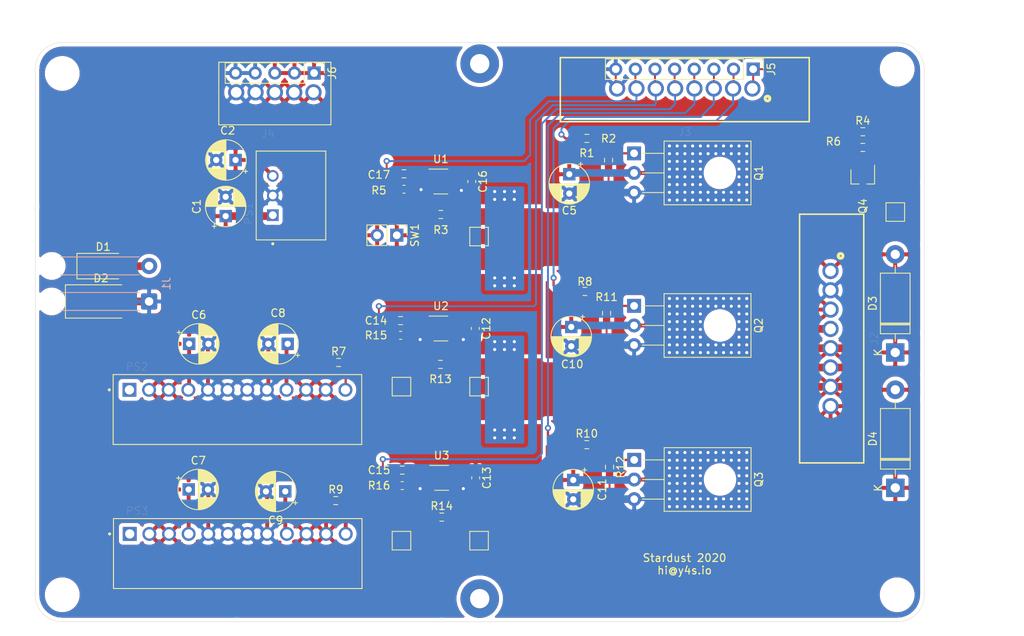
<source format=kicad_pcb>
(kicad_pcb (version 20171130) (host pcbnew 5.1.8)
  (layers (0 F.Cu signal) (31 B.Cu signal) (34 B.Paste user) (35 F.Paste user) (36 B.SilkS user) (37 F.SilkS user) (38 B.Mask user) (39 F.Mask user) (44 Edge.Cuts user))
  (net 0 "")
  (net 1 GND)
  (net 2 +28V)
  (net 3 Heating-GND)
  (net 4 Servo-Vcc)
  (net 5 +5V)
  (net 6 INA1)
  (net 7 Pump-1-GND)
  (net 8 Pump-2-GND)
  (net 9 INA2)
  (net 10 Pump-1-Vcc)
  (net 11 Pump-2-Vcc)
  (net 12 Heating-Vcc)
  (net 13 Servo-GPIO)
  (net 14 Pump-1-PWM)
  (net 15 Pump-2-PWM)
  (net 16 Heating-PWM)
  (net 17 "Net-(PS3-Pad12)")
  (net 18 "Net-(Q1-Pad1)")
  (net 19 "Net-(Q2-Pad1)")
  (net 20 "Net-(Q3-Pad1)")
  (net 21 "Net-(Q4-Pad1)")
  (net 22 "Net-(R16-Pad1)")
  (net 23 "Net-(C8-Pad1)")
  (net 24 "Net-(D1-Pad2)")
  (net 25 "Net-(PS2-Pad12)")
  (net 26 "Net-(R5-Pad1)")
  (net 27 "Net-(R15-Pad1)")
  (net 28 INA3)
  (net 29 "Net-(C9-Pad1)")
  (net 30 "Net-(R3-Pad1)")
  (module Stardust:CONV_P783-Q24-S12-S (layer F.Cu) (at 106.199 136.165)
    (fp_text reference PS3 (at -13 -5.54) (layer F.SilkS) (effects (font (thickness 0.015))))
    (fp_text value P783-Q24-S12-S)
    (pad 1 thru_hole rect (at -13.97 -2.545) (size 1.8 1.8) (drill 1.2) (layers *.Cu *.Mask))
    (pad 2 thru_hole circle (at -11.43 -2.545) (size 1.8 1.8) (drill 1.2) (layers *.Cu *.Mask) (net 2 +28V))
    (pad 3 thru_hole circle (at -8.89 -2.545) (size 1.8 1.8) (drill 1.2) (layers *.Cu *.Mask) (net 2 +28V))
    (pad 4 thru_hole circle (at -6.35 -2.545) (size 1.8 1.8) (drill 1.2) (layers *.Cu *.Mask) (net 2 +28V))
    (pad 5 thru_hole circle (at -3.81 -2.545) (size 1.8 1.8) (drill 1.2) (layers *.Cu *.Mask) (net 1 GND))
    (pad 6 thru_hole circle (at -1.27 -2.545) (size 1.8 1.8) (drill 1.2) (layers *.Cu *.Mask) (net 1 GND))
    (pad 7 thru_hole circle (at 1.27 -2.545) (size 1.8 1.8) (drill 1.2) (layers *.Cu *.Mask) (net 1 GND))
    (pad 8 thru_hole circle (at 3.81 -2.545) (size 1.8 1.8) (drill 1.2) (layers *.Cu *.Mask) (net 1 GND))
    (pad 9 thru_hole circle (at 6.35 -2.545) (size 1.8 1.8) (drill 1.2) (layers *.Cu *.Mask) (net 29 "Net-(C9-Pad1)"))
    (pad 10 thru_hole circle (at 8.89 -2.545) (size 1.8 1.8) (drill 1.2) (layers *.Cu *.Mask) (net 29 "Net-(C9-Pad1)"))
    (pad 11 thru_hole circle (at 11.43 -2.545) (size 1.8 1.8) (drill 1.2) (layers *.Cu *.Mask) (net 29 "Net-(C9-Pad1)"))
    (pad 12 thru_hole circle (at 13.97 -2.545) (size 1.8 1.8) (drill 1.2) (layers *.Cu *.Mask) (net 17 "Net-(PS3-Pad12)"))
  )
  (module Stardust:CONV_P783-Q24-S12-S (layer F.Cu) (at 106.159 117.515)
    (fp_text reference PS2 (at -13 -5.54) (layer F.SilkS) (effects (font (thickness 0.015))))
    (fp_text value P783-Q24-S12-S)
    (pad 1 thru_hole rect (at -13.97 -2.545) (size 1.8 1.8) (drill 1.2) (layers *.Cu *.Mask))
    (pad 2 thru_hole circle (at -11.43 -2.545) (size 1.8 1.8) (drill 1.2) (layers *.Cu *.Mask) (net 2 +28V))
    (pad 3 thru_hole circle (at -8.89 -2.545) (size 1.8 1.8) (drill 1.2) (layers *.Cu *.Mask) (net 2 +28V))
    (pad 4 thru_hole circle (at -6.35 -2.545) (size 1.8 1.8) (drill 1.2) (layers *.Cu *.Mask) (net 2 +28V))
    (pad 5 thru_hole circle (at -3.81 -2.545) (size 1.8 1.8) (drill 1.2) (layers *.Cu *.Mask) (net 1 GND))
    (pad 6 thru_hole circle (at -1.27 -2.545) (size 1.8 1.8) (drill 1.2) (layers *.Cu *.Mask) (net 1 GND))
    (pad 7 thru_hole circle (at 1.27 -2.545) (size 1.8 1.8) (drill 1.2) (layers *.Cu *.Mask) (net 1 GND))
    (pad 8 thru_hole circle (at 3.81 -2.545) (size 1.8 1.8) (drill 1.2) (layers *.Cu *.Mask) (net 1 GND))
    (pad 9 thru_hole circle (at 6.35 -2.545) (size 1.8 1.8) (drill 1.2) (layers *.Cu *.Mask) (net 23 "Net-(C8-Pad1)"))
    (pad 10 thru_hole circle (at 8.89 -2.545) (size 1.8 1.8) (drill 1.2) (layers *.Cu *.Mask) (net 23 "Net-(C8-Pad1)"))
    (pad 11 thru_hole circle (at 11.43 -2.545) (size 1.8 1.8) (drill 1.2) (layers *.Cu *.Mask) (net 23 "Net-(C8-Pad1)"))
    (pad 12 thru_hole circle (at 13.97 -2.545) (size 1.8 1.8) (drill 1.2) (layers *.Cu *.Mask) (net 25 "Net-(PS2-Pad12)"))
  )
  (module Stardust:CONV_P7805-2000-S (layer F.Cu) (at 110.735 89.812 90)
    (fp_text reference PS1 (at -2.325 -3.135 90) (layer F.SilkS) (effects (font (thickness 0.015))))
    (fp_text value P7805-2000-S)
    (pad 2 thru_hole circle (at 0 0 90) (size 1.508 1.508) (drill 1) (layers *.Cu *.Mask) (net 1 GND))
    (pad 1 thru_hole rect (at -2.54 0 90) (size 1.508 1.508) (drill 1) (layers *.Cu *.Mask) (net 2 +28V))
    (pad 3 thru_hole circle (at 2.54 0 90) (size 1.508 1.508) (drill 1) (layers *.Cu *.Mask) (net 5 +5V))
  )
  (module Connector_PinHeader_2.54mm:PinHeader_1x02_P2.54mm_Vertical (layer F.Cu) (at 126.775 94.956 270)
    (fp_text reference SW1 (at 0 -2.33 90) (layer F.SilkS))
    (fp_text value SW_Push)
    (pad 2 thru_hole oval (at 0 2.54 270) (size 1.7 1.7) (drill 1) (layers *.Cu *.Mask) (net 2 +28V))
    (pad 1 thru_hole rect (at 0 0 270) (size 1.7 1.7) (drill 1) (layers *.Cu *.Mask) (net 30 "Net-(R3-Pad1)"))
  )
  (module Connector_PinHeader_2.54mm:PinHeader_1x08_P2.54mm_Vertical (layer F.Cu) (at 172.875 73.456 270)
    (fp_text reference J5 (at 0 -2.33 90) (layer F.SilkS))
    (fp_text value "Experiment Power")
    (pad 8 thru_hole oval (at 0 17.78 270) (size 1.7 1.7) (drill 1) (layers *.Cu *.Mask) (net 1 GND))
    (pad 7 thru_hole oval (at 0 15.24 270) (size 1.7 1.7) (drill 1) (layers *.Cu *.Mask) (net 6 INA1))
    (pad 6 thru_hole oval (at 0 12.7 270) (size 1.7 1.7) (drill 1) (layers *.Cu *.Mask) (net 9 INA2))
    (pad 5 thru_hole oval (at 0 10.16 270) (size 1.7 1.7) (drill 1) (layers *.Cu *.Mask) (net 28 INA3))
    (pad 4 thru_hole oval (at 0 7.62 270) (size 1.7 1.7) (drill 1) (layers *.Cu *.Mask) (net 15 Pump-2-PWM))
    (pad 3 thru_hole oval (at 0 5.08 270) (size 1.7 1.7) (drill 1) (layers *.Cu *.Mask) (net 14 Pump-1-PWM))
    (pad 2 thru_hole oval (at 0 2.54 270) (size 1.7 1.7) (drill 1) (layers *.Cu *.Mask) (net 16 Heating-PWM))
    (pad 1 thru_hole rect (at 0 0 270) (size 1.7 1.7) (drill 1) (layers *.Cu *.Mask) (net 13 Servo-GPIO))
  )
  (module Connector_PinHeader_2.54mm:PinHeader_1x05_P2.54mm_Vertical (layer F.Cu) (at 116.075 73.956 270)
    (fp_text reference J6 (at 0 -2.33 90) (layer F.SilkS))
    (fp_text value "Arduino Power")
    (pad 5 thru_hole oval (at 0 10.16 270) (size 1.7 1.7) (drill 1) (layers *.Cu *.Mask) (net 1 GND))
    (pad 4 thru_hole oval (at 0 7.62 270) (size 1.7 1.7) (drill 1) (layers *.Cu *.Mask) (net 1 GND))
    (pad 3 thru_hole oval (at 0 5.08 270) (size 1.7 1.7) (drill 1) (layers *.Cu *.Mask) (net 5 +5V))
    (pad 2 thru_hole oval (at 0 2.54 270) (size 1.7 1.7) (drill 1) (layers *.Cu *.Mask) (net 5 +5V))
    (pad 1 thru_hole rect (at 0 0 270) (size 1.7 1.7) (drill 1) (layers *.Cu *.Mask) (net 5 +5V))
  )
  (module TestPoint:TestPoint_Pad_2.0x2.0mm (layer F.Cu) (at 137.414 95.123)
    (fp_text reference REF** hide)
    (fp_text value TestPoint_Pad_2.0x2.0mm)
    (pad 1 smd rect (at 0 0) (size 2 2) (layers F.Cu F.Mask) (net 12 Heating-Vcc))
  )
  (module TestPoint:TestPoint_Pad_2.0x2.0mm (layer F.Cu) (at 127.381 134.493)
    (fp_text reference REF** hide)
    (fp_text value TestPoint_Pad_2.0x2.0mm)
    (pad 1 smd rect (at 0 0) (size 2 2) (layers F.Cu F.Mask) (net 29 "Net-(C9-Pad1)"))
  )
  (module TestPoint:TestPoint_Pad_2.0x2.0mm (layer F.Cu) (at 137.414 134.493)
    (fp_text reference REF** hide)
    (fp_text value TestPoint_Pad_2.0x2.0mm)
    (pad 1 smd rect (at 0 0) (size 2 2) (layers F.Cu F.Mask) (net 11 Pump-2-Vcc))
  )
  (module TestPoint:TestPoint_Pad_2.0x2.0mm (layer F.Cu) (at 137.414 114.554)
    (fp_text reference REF** hide)
    (fp_text value TestPoint_Pad_2.0x2.0mm)
    (pad 1 smd rect (at 0 0) (size 2 2) (layers F.Cu F.Mask) (net 10 Pump-1-Vcc))
  )
  (module TestPoint:TestPoint_Pad_2.0x2.0mm (layer F.Cu) (at 127.381 114.554)
    (fp_text reference REF** hide)
    (fp_text value TestPoint_Pad_2.0x2.0mm)
    (pad 1 smd rect (at 0 0) (size 2 2) (layers F.Cu F.Mask) (net 23 "Net-(C8-Pad1)"))
  )
  (module TestPoint:TestPoint_Pad_2.0x2.0mm (layer F.Cu) (at 191.262 91.948)
    (fp_text reference REF** hide)
    (fp_text value TestPoint_Pad_2.0x2.0mm)
    (pad 1 smd rect (at 0 0) (size 2 2) (layers F.Cu F.Mask) (net 4 Servo-Vcc))
  )
  (module Capacitor_SMD:C_0603_1608Metric_Pad1.08x0.95mm_HandSolder (layer F.Cu) (at 136.98 126.365 270)
    (fp_text reference C13 (at 0 -1.43 90) (layer F.SilkS))
    (fp_text value 100uF)
    (pad 2 smd roundrect (at 0.8625 0 270) (size 1.075 0.95) (layers F.Cu F.Paste F.Mask) (net 1 GND))
    (pad 1 smd roundrect (at -0.8625 0 270) (size 1.075 0.95) (layers F.Cu F.Paste F.Mask) (net 5 +5V))
  )
  (module Stardust:691382030008 (layer F.Cu) (at 182.88 108.331 270)
    (fp_text reference J2 (at 0 -5.635 90) (layer F.SilkS) (effects (font (thickness 0.015))))
    (fp_text value "Experiment Power")
    (pad 1 thru_hole circle (at -8.75 0 270) (size 2.1 2.1) (drill 1.4) (layers *.Cu *.Mask) (net 4 Servo-Vcc))
    (pad 2 thru_hole circle (at -6.25 0 270) (size 2.1 2.1) (drill 1.4) (layers *.Cu *.Mask) (net 1 GND))
    (pad 3 thru_hole circle (at -3.75 0 270) (size 2.1 2.1) (drill 1.4) (layers *.Cu *.Mask) (net 3 Heating-GND))
    (pad 4 thru_hole circle (at -1.25 0 270) (size 2.1 2.1) (drill 1.4) (layers *.Cu *.Mask) (net 12 Heating-Vcc))
    (pad 5 thru_hole circle (at 1.25 0 270) (size 2.1 2.1) (drill 1.4) (layers *.Cu *.Mask) (net 7 Pump-1-GND))
    (pad 6 thru_hole circle (at 3.75 0 270) (size 2.1 2.1) (drill 1.4) (layers *.Cu *.Mask) (net 10 Pump-1-Vcc))
    (pad 7 thru_hole circle (at 6.25 0 270) (size 2.1 2.1) (drill 1.4) (layers *.Cu *.Mask) (net 8 Pump-2-GND))
    (pad 8 thru_hole circle (at 8.75 0 270) (size 2.1 2.1) (drill 1.4) (layers *.Cu *.Mask) (net 11 Pump-2-Vcc))
  )
  (module Resistor_SMD:R_0603_1608Metric_Pad0.98x0.95mm_HandSolder (layer F.Cu) (at 132.474 92.272)
    (fp_text reference R3 (at 0 2) (layer F.SilkS))
    (fp_text value 0.1R)
    (pad 2 smd roundrect (at 0.9125 0) (size 0.975 0.95) (layers F.Cu F.Paste F.Mask) (net 12 Heating-Vcc))
    (pad 1 smd roundrect (at -0.9125 0) (size 0.975 0.95) (layers F.Cu F.Paste F.Mask) (net 30 "Net-(R3-Pad1)"))
  )
  (module MountingHole:MountingHole_3.5mm (layer F.Cu) (at 191.5 141.5)
    (fp_text reference REF** hide)
    (fp_text value MountingHole_3.5mm)
    (pad 1 np_thru_hole circle (at 0 0) (size 3.5 3.5) (drill 3.5) (layers *.Cu *.Mask))
  )
  (module MountingHole:MountingHole_3.5mm (layer F.Cu) (at 83.5 141.5)
    (fp_text reference REF** hide)
    (fp_text value MountingHole_3.5mm)
    (pad 1 np_thru_hole circle (at 0 0) (size 3.5 3.5) (drill 3.5) (layers *.Cu *.Mask))
  )
  (module MountingHole:MountingHole_3.5mm (layer F.Cu) (at 83.5 74.008)
    (fp_text reference REF** hide)
    (fp_text value MountingHole_3.5mm)
    (pad 1 np_thru_hole circle (at 0 0) (size 3.5 3.5) (drill 3.5) (layers *.Cu *.Mask))
  )
  (module MountingHole:MountingHole_3.5mm (layer F.Cu) (at 191.5 73.456)
    (fp_text reference REF** hide)
    (fp_text value MountingHole_3.5mm)
    (pad 1 np_thru_hole circle (at 0 0) (size 3.5 3.5) (drill 3.5) (layers *.Cu *.Mask))
  )
  (module Capacitor_THT:CP_Radial_D5.0mm_P2.50mm (layer F.Cu) (at 149.596 126.642 270)
    (fp_text reference C11 (at 1.25 -3.75 90) (layer F.SilkS))
    (fp_text value 680nF)
    (pad 1 thru_hole rect (at 0 0 270) (size 1.6 1.6) (drill 0.8) (layers *.Cu *.Mask) (net 8 Pump-2-GND))
    (pad 2 thru_hole circle (at 2.5 0 270) (size 1.6 1.6) (drill 0.8) (layers *.Cu *.Mask) (net 1 GND))
  )
  (module Connector_Wire:SolderWire-0.5sqmm_1x02_P4.6mm_D0.9mm_OD2.1mm_Relief (layer B.Cu) (at 94.732 103.528 90)
    (fp_text reference J1 (at 2.3 2.25 90) (layer B.SilkS) (effects (justify mirror)))
    (fp_text value "BEXUS Power Connector")
    (pad 1 thru_hole roundrect (at 0 0 90) (size 2.1 2.1) (drill 1.1) (layers *.Cu *.Mask) (roundrect_rratio 0.119047619047619) (net 1 GND))
    (pad 2 thru_hole circle (at 4.6 0 90) (size 2.1 2.1) (drill 1.1) (layers *.Cu *.Mask) (net 24 "Net-(D1-Pad2)"))
    (pad "" np_thru_hole circle (at 0 -12.6 90) (size 2.6 2.6) (drill 2.6) (layers *.Cu *.Mask))
    (pad "" np_thru_hole circle (at 4.6 -12.6 90) (size 2.6 2.6) (drill 2.6) (layers *.Cu *.Mask))
  )
  (module MountingHole:MountingHole_2.5mm_Pad (layer F.Cu) (at 137.5 72.746 180)
    (fp_text reference REF** hide)
    (fp_text value MountingHole_2.5mm_Pad)
    (pad 1 thru_hole circle (at 0 0 180) (size 5 5) (drill 2.5) (layers *.Cu *.Mask))
  )
  (module MountingHole:MountingHole_2.5mm_Pad (layer F.Cu) (at 137.5 142)
    (fp_text reference REF** hide)
    (fp_text value MountingHole_2.5mm_Pad)
    (pad 1 thru_hole circle (at 0 0) (size 5 5) (drill 2.5) (layers *.Cu *.Mask))
  )
  (module Resistor_SMD:R_0603_1608Metric_Pad0.98x0.95mm_HandSolder (layer F.Cu) (at 187.061 81.557)
    (fp_text reference R4 (at 0 -1.43) (layer F.SilkS))
    (fp_text value 330R)
    (pad 1 smd roundrect (at -0.9125 0) (size 0.975 0.95) (layers F.Cu F.Paste F.Mask) (net 13 Servo-GPIO))
    (pad 2 smd roundrect (at 0.9125 0) (size 0.975 0.95) (layers F.Cu F.Paste F.Mask) (net 21 "Net-(Q4-Pad1)"))
  )
  (module Package_TO_SOT_THT:TO-126-3_Horizontal_TabDown (layer F.Cu) (at 157.47 104.0995 270)
    (fp_text reference Q2 (at 2.54 -16.12 90) (layer F.SilkS))
    (fp_text value "Pump 1 Mosfet")
    (pad "" np_thru_hole oval (at 2.54 -11.1 270) (size 3.2 3.2) (drill 3.2) (layers *.Cu *.Mask))
    (pad 1 thru_hole rect (at 0 0 270) (size 1.8 1.8) (drill 1) (layers *.Cu *.Mask) (net 19 "Net-(Q2-Pad1)"))
    (pad 2 thru_hole oval (at 2.54 0 270) (size 1.8 1.8) (drill 1) (layers *.Cu *.Mask) (net 7 Pump-1-GND))
    (pad 3 thru_hole oval (at 5.08 0 270) (size 1.8 1.8) (drill 1) (layers *.Cu *.Mask) (net 1 GND))
  )
  (module Resistor_SMD:R_0603_1608Metric_Pad0.98x0.95mm_HandSolder (layer F.Cu) (at 118.8874 129.309)
    (fp_text reference R9 (at 0 -1.43) (layer F.SilkS))
    (fp_text value "540R DNP")
    (pad 2 smd roundrect (at 0.9125 0) (size 0.975 0.95) (layers F.Cu F.Paste F.Mask) (net 17 "Net-(PS3-Pad12)"))
    (pad 1 smd roundrect (at -0.9125 0) (size 0.975 0.95) (layers F.Cu F.Paste F.Mask) (net 29 "Net-(C9-Pad1)"))
  )
  (module Capacitor_THT:CP_Radial_D5.0mm_P2.50mm (layer F.Cu) (at 105.918 85.217 180)
    (fp_text reference C2 (at 1.016 3.81) (layer F.SilkS))
    (fp_text value 22uF/25V)
    (pad 1 thru_hole rect (at 0 0 180) (size 1.6 1.6) (drill 0.8) (layers *.Cu *.Mask) (net 5 +5V))
    (pad 2 thru_hole circle (at 2.5 0 180) (size 1.6 1.6) (drill 0.8) (layers *.Cu *.Mask) (net 1 GND))
  )
  (module Capacitor_THT:CP_Radial_D5.0mm_P2.50mm (layer F.Cu) (at 104.638 92.479 90)
    (fp_text reference C1 (at 1.25 -3.75 90) (layer F.SilkS))
    (fp_text value 22uF/50V)
    (pad 1 thru_hole rect (at 0 0 90) (size 1.6 1.6) (drill 0.8) (layers *.Cu *.Mask) (net 2 +28V))
    (pad 2 thru_hole circle (at 2.5 0 90) (size 1.6 1.6) (drill 0.8) (layers *.Cu *.Mask) (net 1 GND))
  )
  (module Capacitor_THT:CP_Radial_D5.0mm_P2.50mm (layer F.Cu) (at 149.342 106.83 270)
    (fp_text reference C10 (at 4.826 -0.127 180) (layer F.SilkS))
    (fp_text value 680nF)
    (pad 2 thru_hole circle (at 2.5 0 270) (size 1.6 1.6) (drill 0.8) (layers *.Cu *.Mask) (net 1 GND))
    (pad 1 thru_hole rect (at 0 0 270) (size 1.6 1.6) (drill 0.8) (layers *.Cu *.Mask) (net 7 Pump-1-GND))
  )
  (module Resistor_SMD:R_0603_1608Metric_Pad0.98x0.95mm_HandSolder (layer F.Cu) (at 132.588 131.445)
    (fp_text reference R14 (at 0 -1.43) (layer F.SilkS))
    (fp_text value 0.05R)
    (pad 2 smd roundrect (at 0.9125 0) (size 0.975 0.95) (layers F.Cu F.Paste F.Mask) (net 11 Pump-2-Vcc))
    (pad 1 smd roundrect (at -0.9125 0) (size 0.975 0.95) (layers F.Cu F.Paste F.Mask) (net 29 "Net-(C9-Pad1)"))
  )
  (module Capacitor_THT:CP_Radial_D5.0mm_P2.50mm (layer F.Cu) (at 112.349 128.12 180)
    (fp_text reference C9 (at 1.25 -3.75) (layer F.SilkS))
    (fp_text value 22uF/25V)
    (pad 2 thru_hole circle (at 2.5 0 180) (size 1.6 1.6) (drill 0.8) (layers *.Cu *.Mask) (net 1 GND))
    (pad 1 thru_hole rect (at 0 0 180) (size 1.6 1.6) (drill 0.8) (layers *.Cu *.Mask) (net 29 "Net-(C9-Pad1)"))
  )
  (module Capacitor_THT:CP_Radial_D5.0mm_P2.50mm (layer F.Cu) (at 112.659 109.015 180)
    (fp_text reference C8 (at 1.25 3.986) (layer F.SilkS))
    (fp_text value 22uF/25V)
    (pad 2 thru_hole circle (at 2.5 0 180) (size 1.6 1.6) (drill 0.8) (layers *.Cu *.Mask) (net 1 GND))
    (pad 1 thru_hole rect (at 0 0 180) (size 1.6 1.6) (drill 0.8) (layers *.Cu *.Mask) (net 23 "Net-(C8-Pad1)"))
  )
  (module Capacitor_THT:CP_Radial_D5.0mm_P2.50mm (layer F.Cu) (at 99.849 127.87)
    (fp_text reference C7 (at 1.25 -3.75) (layer F.SilkS))
    (fp_text value "100uF / 50V")
    (pad 2 thru_hole circle (at 2.5 0) (size 1.6 1.6) (drill 0.8) (layers *.Cu *.Mask) (net 1 GND))
    (pad 1 thru_hole rect (at 0 0) (size 1.6 1.6) (drill 0.8) (layers *.Cu *.Mask) (net 2 +28V))
  )
  (module Capacitor_THT:CP_Radial_D5.0mm_P2.50mm (layer F.Cu) (at 99.909 109.015)
    (fp_text reference C6 (at 1.25 -3.75) (layer F.SilkS))
    (fp_text value "100uF / 50V")
    (pad 2 thru_hole circle (at 2.5 0) (size 1.6 1.6) (drill 0.8) (layers *.Cu *.Mask) (net 1 GND))
    (pad 1 thru_hole rect (at 0 0) (size 1.6 1.6) (drill 0.8) (layers *.Cu *.Mask) (net 2 +28V))
  )
  (module Package_TO_SOT_SMD:SOT-23-6 (layer F.Cu) (at 132.58 126.365)
    (fp_text reference U3 (at 0 -2.9) (layer F.SilkS))
    (fp_text value INA181)
    (pad 5 smd rect (at 1.1 0) (size 1.06 0.65) (layers F.Cu F.Paste F.Mask) (net 1 GND))
    (pad 6 smd rect (at 1.1 -0.95) (size 1.06 0.65) (layers F.Cu F.Paste F.Mask) (net 5 +5V))
    (pad 4 smd rect (at 1.1 0.95) (size 1.06 0.65) (layers F.Cu F.Paste F.Mask) (net 11 Pump-2-Vcc))
    (pad 3 smd rect (at -1.1 0.95) (size 1.06 0.65) (layers F.Cu F.Paste F.Mask) (net 29 "Net-(C9-Pad1)"))
    (pad 2 smd rect (at -1.1 0) (size 1.06 0.65) (layers F.Cu F.Paste F.Mask) (net 1 GND))
    (pad 1 smd rect (at -1.1 -0.95) (size 1.06 0.65) (layers F.Cu F.Paste F.Mask) (net 22 "Net-(R16-Pad1)"))
  )
  (module Resistor_SMD:R_0603_1608Metric_Pad0.98x0.95mm_HandSolder (layer F.Cu) (at 127.48 125.365 180)
    (fp_text reference R16 (at 3 -2) (layer F.SilkS))
    (fp_text value 16k)
    (pad 2 smd roundrect (at 0.9125 0 180) (size 0.975 0.95) (layers F.Cu F.Paste F.Mask) (net 28 INA3))
    (pad 1 smd roundrect (at -0.9125 0 180) (size 0.975 0.95) (layers F.Cu F.Paste F.Mask) (net 22 "Net-(R16-Pad1)"))
  )
  (module Resistor_SMD:R_0603_1608Metric_Pad0.98x0.95mm_HandSolder (layer F.Cu) (at 154.295 124.9675 270)
    (fp_text reference R12 (at 0 -1.43 90) (layer F.SilkS))
    (fp_text value 10k)
    (pad 1 smd roundrect (at -0.9125 0 270) (size 0.975 0.95) (layers F.Cu F.Paste F.Mask) (net 20 "Net-(Q3-Pad1)"))
    (pad 2 smd roundrect (at 0.9125 0 270) (size 0.975 0.95) (layers F.Cu F.Paste F.Mask) (net 1 GND))
  )
  (module Resistor_SMD:R_0603_1608Metric_Pad0.98x0.95mm_HandSolder (layer F.Cu) (at 151.3505 122.07)
    (fp_text reference R10 (at 0 -1.43) (layer F.SilkS))
    (fp_text value 0R)
    (pad 1 smd roundrect (at -0.9125 0) (size 0.975 0.95) (layers F.Cu F.Paste F.Mask) (net 15 Pump-2-PWM))
    (pad 2 smd roundrect (at 0.9125 0) (size 0.975 0.95) (layers F.Cu F.Paste F.Mask) (net 20 "Net-(Q3-Pad1)"))
  )
  (module Resistor_SMD:R_0603_1608Metric_Pad0.98x0.95mm_HandSolder (layer F.Cu) (at 151.1065 102.235)
    (fp_text reference R8 (at 0 -1.27) (layer F.SilkS))
    (fp_text value 0R)
    (pad 2 smd roundrect (at 0.9125 0) (size 0.975 0.95) (layers F.Cu F.Paste F.Mask) (net 19 "Net-(Q2-Pad1)"))
    (pad 1 smd roundrect (at -0.9125 0) (size 0.975 0.95) (layers F.Cu F.Paste F.Mask) (net 14 Pump-1-PWM))
  )
  (module Resistor_SMD:R_0603_1608Metric_Pad0.98x0.95mm_HandSolder (layer F.Cu) (at 119.253 111.428)
    (fp_text reference R7 (at 0 -1.43) (layer F.SilkS))
    (fp_text value "540R DNP")
    (pad 2 smd roundrect (at 0.9125 0) (size 0.975 0.95) (layers F.Cu F.Paste F.Mask) (net 25 "Net-(PS2-Pad12)"))
    (pad 1 smd roundrect (at -0.9125 0) (size 0.975 0.95) (layers F.Cu F.Paste F.Mask) (net 23 "Net-(C8-Pad1)"))
  )
  (module Resistor_SMD:R_0603_1608Metric_Pad0.98x0.95mm_HandSolder (layer F.Cu) (at 151.3605 82.423)
    (fp_text reference R1 (at 0 1.905) (layer F.SilkS))
    (fp_text value 0R)
    (pad 2 smd roundrect (at 0.9125 0) (size 0.975 0.95) (layers F.Cu F.Paste F.Mask) (net 18 "Net-(Q1-Pad1)"))
    (pad 1 smd roundrect (at -0.9125 0) (size 0.975 0.95) (layers F.Cu F.Paste F.Mask) (net 16 Heating-PWM))
  )
  (module Package_TO_SOT_THT:TO-126-3_Horizontal_TabDown (layer F.Cu) (at 157.484 124.039 270)
    (fp_text reference Q3 (at 2.54 -16.12 90) (layer F.SilkS))
    (fp_text value "Pump 2 Mosfet")
    (pad 3 thru_hole oval (at 5.08 0 270) (size 1.8 1.8) (drill 1) (layers *.Cu *.Mask) (net 1 GND))
    (pad 2 thru_hole oval (at 2.54 0 270) (size 1.8 1.8) (drill 1) (layers *.Cu *.Mask) (net 8 Pump-2-GND))
    (pad 1 thru_hole rect (at 0 0 270) (size 1.8 1.8) (drill 1) (layers *.Cu *.Mask) (net 20 "Net-(Q3-Pad1)"))
    (pad "" np_thru_hole oval (at 2.54 -11.1 270) (size 3.2 3.2) (drill 3.2) (layers *.Cu *.Mask))
  )
  (module Package_TO_SOT_SMD:TSOT-23 (layer F.Cu) (at 187.071 87.376 270)
    (fp_text reference Q4 (at 3.81 0 90) (layer F.SilkS))
    (fp_text value "Servo Mosfet")
    (pad 1 smd rect (at -1.31 -0.95 270) (size 1.22 0.65) (layers F.Cu F.Paste F.Mask) (net 21 "Net-(Q4-Pad1)"))
    (pad 2 smd rect (at -1.31 0.95 270) (size 1.22 0.65) (layers F.Cu F.Paste F.Mask) (net 5 +5V))
    (pad 3 smd rect (at 1.31 0 270) (size 1.22 0.65) (layers F.Cu F.Paste F.Mask) (net 4 Servo-Vcc))
  )
  (module Diode_THT:D_DO-15_P12.70mm_Horizontal (layer F.Cu) (at 191.262 127.658 90)
    (fp_text reference D4 (at 6.35 -2.92 90) (layer F.SilkS))
    (fp_text value D)
    (fp_text user K (at 0 -2.2 90) (layer F.SilkS))
    (pad 2 thru_hole oval (at 12.7 0 90) (size 2.4 2.4) (drill 1.2) (layers *.Cu *.Mask) (net 8 Pump-2-GND))
    (pad 1 thru_hole rect (at 0 0 90) (size 2.4 2.4) (drill 1.2) (layers *.Cu *.Mask) (net 11 Pump-2-Vcc))
  )
  (module Capacitor_SMD:C_0603_1608Metric_Pad1.08x0.95mm_HandSolder (layer F.Cu) (at 127.48 127.365)
    (fp_text reference C15 (at -3 -2) (layer F.SilkS))
    (fp_text value 1uF)
    (pad 2 smd roundrect (at 0.8625 0) (size 1.075 0.95) (layers F.Cu F.Paste F.Mask) (net 1 GND))
    (pad 1 smd roundrect (at -0.8625 0) (size 1.075 0.95) (layers F.Cu F.Paste F.Mask) (net 28 INA3))
  )
  (module Resistor_SMD:R_0603_1608Metric_Pad0.98x0.95mm_HandSolder (layer F.Cu) (at 127.267 106.009 180)
    (fp_text reference R15 (at 3.175 -1.905) (layer F.SilkS))
    (fp_text value 16k)
    (pad 2 smd roundrect (at 0.9125 0 180) (size 0.975 0.95) (layers F.Cu F.Paste F.Mask) (net 9 INA2))
    (pad 1 smd roundrect (at -0.9125 0 180) (size 0.975 0.95) (layers F.Cu F.Paste F.Mask) (net 27 "Net-(R15-Pad1)"))
  )
  (module Resistor_SMD:R_0603_1608Metric_Pad0.98x0.95mm_HandSolder (layer F.Cu) (at 132.427 111.679)
    (fp_text reference R13 (at 0 1.905) (layer F.SilkS))
    (fp_text value 0.05R)
    (pad 2 smd roundrect (at 0.9125 0) (size 0.975 0.95) (layers F.Cu F.Paste F.Mask) (net 10 Pump-1-Vcc))
    (pad 1 smd roundrect (at -0.9125 0) (size 0.975 0.95) (layers F.Cu F.Paste F.Mask) (net 23 "Net-(C8-Pad1)"))
  )
  (module Resistor_SMD:R_0603_1608Metric_Pad0.98x0.95mm_HandSolder (layer F.Cu) (at 153.914 105.052 270)
    (fp_text reference R11 (at -2.0955 0 180) (layer F.SilkS))
    (fp_text value 10k)
    (pad 2 smd roundrect (at 0.9125 0 270) (size 0.975 0.95) (layers F.Cu F.Paste F.Mask) (net 1 GND))
    (pad 1 smd roundrect (at -0.9125 0 270) (size 0.975 0.95) (layers F.Cu F.Paste F.Mask) (net 19 "Net-(Q2-Pad1)"))
  )
  (module Resistor_SMD:R_0603_1608Metric_Pad0.98x0.95mm_HandSolder (layer F.Cu) (at 127.712 87.002 180)
    (fp_text reference R5 (at 3.252 -2.152) (layer F.SilkS))
    (fp_text value 16k)
    (pad 2 smd roundrect (at 0.9125 0 180) (size 0.975 0.95) (layers F.Cu F.Paste F.Mask) (net 6 INA1))
    (pad 1 smd roundrect (at -0.9125 0 180) (size 0.975 0.95) (layers F.Cu F.Paste F.Mask) (net 26 "Net-(R5-Pad1)"))
  )
  (module Resistor_SMD:R_0603_1608Metric_Pad0.98x0.95mm_HandSolder (layer F.Cu) (at 154.168 85.24 270)
    (fp_text reference R2 (at -2.794 0 180) (layer F.SilkS))
    (fp_text value 10k)
    (pad 2 smd roundrect (at 0.9125 0 270) (size 0.975 0.95) (layers F.Cu F.Paste F.Mask) (net 1 GND))
    (pad 1 smd roundrect (at -0.9125 0 270) (size 0.975 0.95) (layers F.Cu F.Paste F.Mask) (net 18 "Net-(Q1-Pad1)"))
  )
  (module Resistor_SMD:R_0603_1608Metric_Pad0.98x0.95mm_HandSolder (layer F.Cu) (at 187.061 83.589)
    (fp_text reference R6 (at -3.81 -0.762) (layer F.SilkS))
    (fp_text value 10k)
    (pad 2 smd roundrect (at 0.9125 0) (size 0.975 0.95) (layers F.Cu F.Paste F.Mask) (net 21 "Net-(Q4-Pad1)"))
    (pad 1 smd roundrect (at -0.9125 0) (size 0.975 0.95) (layers F.Cu F.Paste F.Mask) (net 5 +5V))
  )
  (module Package_TO_SOT_SMD:SOT-23-6 (layer F.Cu) (at 132.482 107.029)
    (fp_text reference U2 (at 0 -2.9) (layer F.SilkS))
    (fp_text value INA181)
    (pad 5 smd rect (at 1.1 0) (size 1.06 0.65) (layers F.Cu F.Paste F.Mask) (net 1 GND))
    (pad 6 smd rect (at 1.1 -0.95) (size 1.06 0.65) (layers F.Cu F.Paste F.Mask) (net 5 +5V))
    (pad 4 smd rect (at 1.1 0.95) (size 1.06 0.65) (layers F.Cu F.Paste F.Mask) (net 10 Pump-1-Vcc))
    (pad 3 smd rect (at -1.1 0.95) (size 1.06 0.65) (layers F.Cu F.Paste F.Mask) (net 23 "Net-(C8-Pad1)"))
    (pad 2 smd rect (at -1.1 0) (size 1.06 0.65) (layers F.Cu F.Paste F.Mask) (net 1 GND))
    (pad 1 smd rect (at -1.1 -0.95) (size 1.06 0.65) (layers F.Cu F.Paste F.Mask) (net 27 "Net-(R15-Pad1)"))
  )
  (module Package_TO_SOT_SMD:SOT-23-6 (layer F.Cu) (at 132.474 88.002)
    (fp_text reference U1 (at 0 -2.9) (layer F.SilkS))
    (fp_text value INA181)
    (pad 5 smd rect (at 1.1 0) (size 1.06 0.65) (layers F.Cu F.Paste F.Mask) (net 1 GND))
    (pad 6 smd rect (at 1.1 -0.95) (size 1.06 0.65) (layers F.Cu F.Paste F.Mask) (net 5 +5V))
    (pad 4 smd rect (at 1.1 0.95) (size 1.06 0.65) (layers F.Cu F.Paste F.Mask) (net 12 Heating-Vcc))
    (pad 3 smd rect (at -1.1 0.95) (size 1.06 0.65) (layers F.Cu F.Paste F.Mask) (net 30 "Net-(R3-Pad1)"))
    (pad 2 smd rect (at -1.1 0) (size 1.06 0.65) (layers F.Cu F.Paste F.Mask) (net 1 GND))
    (pad 1 smd rect (at -1.1 -0.95) (size 1.06 0.65) (layers F.Cu F.Paste F.Mask) (net 26 "Net-(R5-Pad1)"))
  )
  (module Package_TO_SOT_THT:TO-126-3_Horizontal_TabDown (layer F.Cu) (at 157.47 84.351 270)
    (fp_text reference Q1 (at 2.54 -16.12 90) (layer F.SilkS))
    (fp_text value "Heating Mosfet")
    (pad "" np_thru_hole oval (at 2.54 -11.1 270) (size 3.2 3.2) (drill 3.2) (layers *.Cu *.Mask))
    (pad 1 thru_hole rect (at 0 0 270) (size 1.8 1.8) (drill 1) (layers *.Cu *.Mask) (net 18 "Net-(Q1-Pad1)"))
    (pad 2 thru_hole oval (at 2.54 0 270) (size 1.8 1.8) (drill 1) (layers *.Cu *.Mask) (net 3 Heating-GND))
    (pad 3 thru_hole oval (at 5.08 0 270) (size 1.8 1.8) (drill 1) (layers *.Cu *.Mask) (net 1 GND))
  )
  (module Stardust:691382000005 (layer F.Cu) (at 111 76.456 180)
    (fp_text reference J4 (at 0.875 -5.343) (layer F.SilkS) (effects (font (thickness 0.015))))
    (fp_text value "Arduino Power")
    (pad 1 thru_hole circle (at -5 0 180) (size 2.1 2.1) (drill 1.4) (layers *.Cu *.Mask) (net 5 +5V))
    (pad 2 thru_hole circle (at -2.5 0 180) (size 2.1 2.1) (drill 1.4) (layers *.Cu *.Mask) (net 5 +5V))
    (pad 3 thru_hole circle (at 0 0 180) (size 2.1 2.1) (drill 1.4) (layers *.Cu *.Mask) (net 5 +5V))
    (pad 4 thru_hole circle (at 2.5 0 180) (size 2.1 2.1) (drill 1.4) (layers *.Cu *.Mask) (net 1 GND))
    (pad 5 thru_hole circle (at 5 0 180) (size 2.1 2.1) (drill 1.4) (layers *.Cu *.Mask) (net 1 GND))
  )
  (module Stardust:691382030008 (layer F.Cu) (at 164.025 75.956 180)
    (fp_text reference J3 (at 0 -5.635) (layer F.SilkS) (effects (font (thickness 0.015))))
    (fp_text value "Arduino Interface")
    (pad 1 thru_hole circle (at -8.75 0 180) (size 2.1 2.1) (drill 1.4) (layers *.Cu *.Mask) (net 13 Servo-GPIO))
    (pad 2 thru_hole circle (at -6.25 0 180) (size 2.1 2.1) (drill 1.4) (layers *.Cu *.Mask) (net 16 Heating-PWM))
    (pad 3 thru_hole circle (at -3.75 0 180) (size 2.1 2.1) (drill 1.4) (layers *.Cu *.Mask) (net 14 Pump-1-PWM))
    (pad 4 thru_hole circle (at -1.25 0 180) (size 2.1 2.1) (drill 1.4) (layers *.Cu *.Mask) (net 15 Pump-2-PWM))
    (pad 5 thru_hole circle (at 1.25 0 180) (size 2.1 2.1) (drill 1.4) (layers *.Cu *.Mask) (net 28 INA3))
    (pad 6 thru_hole circle (at 3.75 0 180) (size 2.1 2.1) (drill 1.4) (layers *.Cu *.Mask) (net 9 INA2))
    (pad 7 thru_hole circle (at 6.25 0 180) (size 2.1 2.1) (drill 1.4) (layers *.Cu *.Mask) (net 6 INA1))
    (pad 8 thru_hole circle (at 8.75 0 180) (size 2.1 2.1) (drill 1.4) (layers *.Cu *.Mask) (net 1 GND))
  )
  (module Diode_SMD:D_SMA (layer F.Cu) (at 88.795 98.956)
    (fp_text reference D1 (at 0 -2.5) (layer F.SilkS))
    (fp_text value D_Schottky)
    (pad 2 smd rect (at 2 0) (size 2.5 1.8) (layers F.Cu F.Paste F.Mask) (net 24 "Net-(D1-Pad2)"))
    (pad 1 smd rect (at -2 0) (size 2.5 1.8) (layers F.Cu F.Paste F.Mask) (net 2 +28V))
  )
  (module Diode_SMD:D_SMB_Handsoldering (layer F.Cu) (at 88.509 103.528)
    (fp_text reference D2 (at 0 -3) (layer F.SilkS))
    (fp_text value D_TVS)
    (pad 2 smd rect (at 2.7 0) (size 3.5 2.3) (layers F.Cu F.Paste F.Mask) (net 1 GND))
    (pad 1 smd rect (at -2.7 0) (size 3.5 2.3) (layers F.Cu F.Paste F.Mask) (net 2 +28V))
  )
  (module Diode_THT:D_DO-15_P12.70mm_Horizontal (layer F.Cu) (at 191.252 110.132 90)
    (fp_text reference D3 (at 6.35 -2.92 90) (layer F.SilkS))
    (fp_text value D)
    (fp_text user K (at 0 -2.2 90) (layer F.SilkS))
    (pad 2 thru_hole oval (at 12.7 0 90) (size 2.4 2.4) (drill 1.2) (layers *.Cu *.Mask) (net 7 Pump-1-GND))
    (pad 1 thru_hole rect (at 0 0 90) (size 2.4 2.4) (drill 1.2) (layers *.Cu *.Mask) (net 10 Pump-1-Vcc))
  )
  (module Capacitor_SMD:C_0603_1608Metric_Pad1.08x0.95mm_HandSolder (layer F.Cu) (at 127.267 107.914)
    (fp_text reference C14 (at -3.175 -1.905) (layer F.SilkS))
    (fp_text value 1uF)
    (pad 2 smd roundrect (at 0.8625 0) (size 1.075 0.95) (layers F.Cu F.Paste F.Mask) (net 1 GND))
    (pad 1 smd roundrect (at -0.8625 0) (size 1.075 0.95) (layers F.Cu F.Paste F.Mask) (net 9 INA2))
  )
  (module Capacitor_SMD:C_0603_1608Metric_Pad1.08x0.95mm_HandSolder (layer F.Cu) (at 136.927 107.029 270)
    (fp_text reference C12 (at 0 -1.43 90) (layer F.SilkS))
    (fp_text value 100uF)
    (pad 2 smd roundrect (at 0.8625 0 270) (size 1.075 0.95) (layers F.Cu F.Paste F.Mask) (net 1 GND))
    (pad 1 smd roundrect (at -0.8625 0 270) (size 1.075 0.95) (layers F.Cu F.Paste F.Mask) (net 5 +5V))
  )
  (module Capacitor_SMD:C_0603_1608Metric_Pad1.08x0.95mm_HandSolder (layer F.Cu) (at 127.712 89.002)
    (fp_text reference C17 (at -3.252 -1.88) (layer F.SilkS))
    (fp_text value 1uF)
    (pad 2 smd roundrect (at 0.8625 0) (size 1.075 0.95) (layers F.Cu F.Paste F.Mask) (net 1 GND))
    (pad 1 smd roundrect (at -0.8625 0) (size 1.075 0.95) (layers F.Cu F.Paste F.Mask) (net 6 INA1))
  )
  (module Capacitor_SMD:C_0603_1608Metric_Pad1.08x0.95mm_HandSolder (layer F.Cu) (at 136.474 88.002 270)
    (fp_text reference C16 (at 0 -1.43 90) (layer F.SilkS))
    (fp_text value 100uF)
    (pad 2 smd roundrect (at 0.8625 0 270) (size 1.075 0.95) (layers F.Cu F.Paste F.Mask) (net 1 GND))
    (pad 1 smd roundrect (at -0.8625 0 270) (size 1.075 0.95) (layers F.Cu F.Paste F.Mask) (net 5 +5V))
  )
  (module Capacitor_THT:CP_Radial_D5.0mm_P2.50mm (layer F.Cu) (at 149.088 87.058 270)
    (fp_text reference C5 (at 4.699 0 180) (layer F.SilkS))
    (fp_text value 680nF)
    (pad 2 thru_hole circle (at 2.5 0 270) (size 1.6 1.6) (drill 0.8) (layers *.Cu *.Mask) (net 1 GND))
    (pad 1 thru_hole rect (at 0 0 270) (size 1.6 1.6) (drill 0.8) (layers *.Cu *.Mask) (net 3 Heating-GND))
  )
  (gr_text "Stardust 2020\nhi@y4s.io" (at 164 137.541) (layer F.SilkS) (effects (font (size 1 1))))
  (gr_line (start 191.5 70) (end 83.5 70) (layer Edge.Cuts) (width 0.05))
  (gr_line (start 195 141.5) (end 195 73.5) (layer Edge.Cuts) (width 0.05))
  (gr_line (start 83.5 145) (end 191.5 145) (layer Edge.Cuts) (width 0.05))
  (gr_line (start 80 73.5) (end 80 141.5) (layer Edge.Cuts) (width 0.05))
  (gr_arc (start 83.5 73.5) (end 83.5 70) (angle -90) (layer Edge.Cuts) (width 0.05))
  (gr_arc (start 191.5 73.5) (end 195 73.5) (angle -90) (layer Edge.Cuts) (width 0.05))
  (gr_arc (start 191.5 141.5) (end 191.5 145) (angle -90) (layer Edge.Cuts) (width 0.05))
  (gr_arc (start 83.5 141.5) (end 80 141.5) (angle -90) (layer Edge.Cuts) (width 0.05))
  (via (at 164.042 103.147) (size 0.8) (drill 0.4) (layers F.Cu B.Cu) (net 1))
  (via (at 166.042 103.147) (size 0.8) (drill 0.4) (layers F.Cu B.Cu) (net 1))
  (via (at 166.042 105.147) (size 0.8) (drill 0.4) (layers F.Cu B.Cu) (net 1))
  (via (at 169.042 104.147) (size 0.8) (drill 0.4) (layers F.Cu B.Cu) (net 1))
  (via (at 168.042 103.147) (size 0.8) (drill 0.4) (layers F.Cu B.Cu) (net 1))
  (via (at 165.042 103.147) (size 0.8) (drill 0.4) (layers F.Cu B.Cu) (net 1))
  (via (at 162.042 106.147) (size 0.8) (drill 0.4) (layers F.Cu B.Cu) (net 1))
  (via (at 168.042 104.147) (size 0.8) (drill 0.4) (layers F.Cu B.Cu) (net 1))
  (via (at 171.042 103.147) (size 0.8) (drill 0.4) (layers F.Cu B.Cu) (net 1))
  (via (at 169.042 109.147) (size 0.8) (drill 0.4) (layers F.Cu B.Cu) (net 1))
  (via (at 170.042 109.147) (size 0.8) (drill 0.4) (layers F.Cu B.Cu) (net 1))
  (via (at 171.042 108.147) (size 0.8) (drill 0.4) (layers F.Cu B.Cu) (net 1))
  (via (at 164.042 109.147) (size 0.8) (drill 0.4) (layers F.Cu B.Cu) (net 1))
  (via (at 171.042 104.147) (size 0.8) (drill 0.4) (layers F.Cu B.Cu) (net 1))
  (via (at 163.042 104.147) (size 0.8) (drill 0.4) (layers F.Cu B.Cu) (net 1))
  (via (at 166.042 106.147) (size 0.8) (drill 0.4) (layers F.Cu B.Cu) (net 1))
  (via (at 171.042 109.147) (size 0.8) (drill 0.4) (layers F.Cu B.Cu) (net 1))
  (via (at 172.042 109.147) (size 0.8) (drill 0.4) (layers F.Cu B.Cu) (net 1))
  (via (at 171.042 106.147) (size 0.8) (drill 0.4) (layers F.Cu B.Cu) (net 1))
  (via (at 166.042 104.147) (size 0.8) (drill 0.4) (layers F.Cu B.Cu) (net 1))
  (via (at 165.042 109.147) (size 0.8) (drill 0.4) (layers F.Cu B.Cu) (net 1))
  (via (at 166.042 109.147) (size 0.8) (drill 0.4) (layers F.Cu B.Cu) (net 1))
  (via (at 164.042 108.147) (size 0.8) (drill 0.4) (layers F.Cu B.Cu) (net 1))
  (via (at 170.042 104.147) (size 0.8) (drill 0.4) (layers F.Cu B.Cu) (net 1))
  (via (at 167.042 103.147) (size 0.8) (drill 0.4) (layers F.Cu B.Cu) (net 1))
  (via (at 166.042 107.147) (size 0.8) (drill 0.4) (layers F.Cu B.Cu) (net 1))
  (via (at 162.042 110.147) (size 0.8) (drill 0.4) (layers F.Cu B.Cu) (net 1))
  (via (at 163.042 110.147) (size 0.8) (drill 0.4) (layers F.Cu B.Cu) (net 1))
  (via (at 166.042 108.147) (size 0.8) (drill 0.4) (layers F.Cu B.Cu) (net 1))
  (via (at 164.042 107.147) (size 0.8) (drill 0.4) (layers F.Cu B.Cu) (net 1))
  (via (at 162.042 107.147) (size 0.8) (drill 0.4) (layers F.Cu B.Cu) (net 1))
  (via (at 170.042 103.147) (size 0.8) (drill 0.4) (layers F.Cu B.Cu) (net 1))
  (via (at 172.042 103.147) (size 0.8) (drill 0.4) (layers F.Cu B.Cu) (net 1))
  (via (at 164.042 104.147) (size 0.8) (drill 0.4) (layers F.Cu B.Cu) (net 1))
  (via (at 163.042 107.147) (size 0.8) (drill 0.4) (layers F.Cu B.Cu) (net 1))
  (via (at 164.042 106.147) (size 0.8) (drill 0.4) (layers F.Cu B.Cu) (net 1))
  (via (at 162.042 104.147) (size 0.8) (drill 0.4) (layers F.Cu B.Cu) (net 1))
  (via (at 163.042 105.147) (size 0.8) (drill 0.4) (layers F.Cu B.Cu) (net 1))
  (via (at 172.042 108.147) (size 0.8) (drill 0.4) (layers F.Cu B.Cu) (net 1))
  (via (at 163.042 108.147) (size 0.8) (drill 0.4) (layers F.Cu B.Cu) (net 1))
  (via (at 162.042 108.147) (size 0.8) (drill 0.4) (layers F.Cu B.Cu) (net 1))
  (via (at 167.042 104.147) (size 0.8) (drill 0.4) (layers F.Cu B.Cu) (net 1))
  (via (at 164.042 105.147) (size 0.8) (drill 0.4) (layers F.Cu B.Cu) (net 1))
  (via (at 172.042 104.147) (size 0.8) (drill 0.4) (layers F.Cu B.Cu) (net 1))
  (via (at 162.042 103.147) (size 0.8) (drill 0.4) (layers F.Cu B.Cu) (net 1))
  (via (at 164.042 110.147) (size 0.8) (drill 0.4) (layers F.Cu B.Cu) (net 1))
  (via (at 165.042 110.147) (size 0.8) (drill 0.4) (layers F.Cu B.Cu) (net 1))
  (via (at 165.042 106.147) (size 0.8) (drill 0.4) (layers F.Cu B.Cu) (net 1))
  (via (at 165.042 105.147) (size 0.8) (drill 0.4) (layers F.Cu B.Cu) (net 1))
  (via (at 170.042 110.147) (size 0.8) (drill 0.4) (layers F.Cu B.Cu) (net 1))
  (via (at 171.042 110.147) (size 0.8) (drill 0.4) (layers F.Cu B.Cu) (net 1))
  (via (at 165.042 104.147) (size 0.8) (drill 0.4) (layers F.Cu B.Cu) (net 1))
  (via (at 162.042 109.147) (size 0.8) (drill 0.4) (layers F.Cu B.Cu) (net 1))
  (via (at 163.042 109.147) (size 0.8) (drill 0.4) (layers F.Cu B.Cu) (net 1))
  (via (at 172.042 105.147) (size 0.8) (drill 0.4) (layers F.Cu B.Cu) (net 1))
  (via (at 163.042 103.147) (size 0.8) (drill 0.4) (layers F.Cu B.Cu) (net 1))
  (via (at 171.042 107.147) (size 0.8) (drill 0.4) (layers F.Cu B.Cu) (net 1))
  (via (at 166.042 110.147) (size 0.8) (drill 0.4) (layers F.Cu B.Cu) (net 1))
  (via (at 167.042 110.147) (size 0.8) (drill 0.4) (layers F.Cu B.Cu) (net 1))
  (via (at 168.042 110.147) (size 0.8) (drill 0.4) (layers F.Cu B.Cu) (net 1))
  (via (at 169.042 110.147) (size 0.8) (drill 0.4) (layers F.Cu B.Cu) (net 1))
  (via (at 165.042 107.147) (size 0.8) (drill 0.4) (layers F.Cu B.Cu) (net 1))
  (via (at 172.042 107.147) (size 0.8) (drill 0.4) (layers F.Cu B.Cu) (net 1))
  (via (at 171.042 105.147) (size 0.8) (drill 0.4) (layers F.Cu B.Cu) (net 1))
  (via (at 162.042 105.147) (size 0.8) (drill 0.4) (layers F.Cu B.Cu) (net 1))
  (via (at 172.042 110.147) (size 0.8) (drill 0.4) (layers F.Cu B.Cu) (net 1))
  (via (at 167.042 109.147) (size 0.8) (drill 0.4) (layers F.Cu B.Cu) (net 1))
  (via (at 168.042 109.147) (size 0.8) (drill 0.4) (layers F.Cu B.Cu) (net 1))
  (via (at 172.042 106.147) (size 0.8) (drill 0.4) (layers F.Cu B.Cu) (net 1))
  (via (at 163.042 106.147) (size 0.8) (drill 0.4) (layers F.Cu B.Cu) (net 1))
  (via (at 165.042 108.147) (size 0.8) (drill 0.4) (layers F.Cu B.Cu) (net 1))
  (via (at 169.042 103.147) (size 0.8) (drill 0.4) (layers F.Cu B.Cu) (net 1))
  (via (at 164.042 83.3985) (size 0.8) (drill 0.4) (layers F.Cu B.Cu) (net 1))
  (via (at 166.042 83.3985) (size 0.8) (drill 0.4) (layers F.Cu B.Cu) (net 1))
  (via (at 166.042 85.3985) (size 0.8) (drill 0.4) (layers F.Cu B.Cu) (net 1))
  (via (at 169.042 84.3985) (size 0.8) (drill 0.4) (layers F.Cu B.Cu) (net 1))
  (via (at 168.042 83.3985) (size 0.8) (drill 0.4) (layers F.Cu B.Cu) (net 1))
  (via (at 165.042 83.3985) (size 0.8) (drill 0.4) (layers F.Cu B.Cu) (net 1))
  (via (at 162.042 86.3985) (size 0.8) (drill 0.4) (layers F.Cu B.Cu) (net 1))
  (via (at 168.042 84.3985) (size 0.8) (drill 0.4) (layers F.Cu B.Cu) (net 1))
  (via (at 171.042 83.3985) (size 0.8) (drill 0.4) (layers F.Cu B.Cu) (net 1))
  (via (at 169.042 89.3985) (size 0.8) (drill 0.4) (layers F.Cu B.Cu) (net 1))
  (via (at 170.042 89.3985) (size 0.8) (drill 0.4) (layers F.Cu B.Cu) (net 1))
  (via (at 171.042 88.3985) (size 0.8) (drill 0.4) (layers F.Cu B.Cu) (net 1))
  (via (at 164.042 89.3985) (size 0.8) (drill 0.4) (layers F.Cu B.Cu) (net 1))
  (via (at 171.042 84.3985) (size 0.8) (drill 0.4) (layers F.Cu B.Cu) (net 1))
  (via (at 163.042 84.3985) (size 0.8) (drill 0.4) (layers F.Cu B.Cu) (net 1))
  (via (at 166.042 86.3985) (size 0.8) (drill 0.4) (layers F.Cu B.Cu) (net 1))
  (via (at 171.042 89.3985) (size 0.8) (drill 0.4) (layers F.Cu B.Cu) (net 1))
  (via (at 172.042 89.3985) (size 0.8) (drill 0.4) (layers F.Cu B.Cu) (net 1))
  (via (at 171.042 86.3985) (size 0.8) (drill 0.4) (layers F.Cu B.Cu) (net 1))
  (via (at 166.042 84.3985) (size 0.8) (drill 0.4) (layers F.Cu B.Cu) (net 1))
  (via (at 165.042 89.3985) (size 0.8) (drill 0.4) (layers F.Cu B.Cu) (net 1))
  (via (at 166.042 89.3985) (size 0.8) (drill 0.4) (layers F.Cu B.Cu) (net 1))
  (via (at 164.042 88.3985) (size 0.8) (drill 0.4) (layers F.Cu B.Cu) (net 1))
  (via (at 170.042 84.3985) (size 0.8) (drill 0.4) (layers F.Cu B.Cu) (net 1))
  (via (at 167.042 83.3985) (size 0.8) (drill 0.4) (layers F.Cu B.Cu) (net 1))
  (via (at 166.042 87.3985) (size 0.8) (drill 0.4) (layers F.Cu B.Cu) (net 1))
  (via (at 162.042 90.3985) (size 0.8) (drill 0.4) (layers F.Cu B.Cu) (net 1))
  (via (at 163.042 90.3985) (size 0.8) (drill 0.4) (layers F.Cu B.Cu) (net 1))
  (via (at 166.042 88.3985) (size 0.8) (drill 0.4) (layers F.Cu B.Cu) (net 1))
  (via (at 164.042 87.3985) (size 0.8) (drill 0.4) (layers F.Cu B.Cu) (net 1))
  (via (at 162.042 87.3985) (size 0.8) (drill 0.4) (layers F.Cu B.Cu) (net 1))
  (via (at 170.042 83.3985) (size 0.8) (drill 0.4) (layers F.Cu B.Cu) (net 1))
  (via (at 172.042 83.3985) (size 0.8) (drill 0.4) (layers F.Cu B.Cu) (net 1))
  (via (at 164.042 84.3985) (size 0.8) (drill 0.4) (layers F.Cu B.Cu) (net 1))
  (via (at 163.042 87.3985) (size 0.8) (drill 0.4) (layers F.Cu B.Cu) (net 1))
  (via (at 164.042 86.3985) (size 0.8) (drill 0.4) (layers F.Cu B.Cu) (net 1))
  (via (at 162.042 84.3985) (size 0.8) (drill 0.4) (layers F.Cu B.Cu) (net 1))
  (via (at 163.042 85.3985) (size 0.8) (drill 0.4) (layers F.Cu B.Cu) (net 1))
  (via (at 172.042 88.3985) (size 0.8) (drill 0.4) (layers F.Cu B.Cu) (net 1))
  (via (at 163.042 88.3985) (size 0.8) (drill 0.4) (layers F.Cu B.Cu) (net 1))
  (via (at 162.042 88.3985) (size 0.8) (drill 0.4) (layers F.Cu B.Cu) (net 1))
  (via (at 167.042 84.3985) (size 0.8) (drill 0.4) (layers F.Cu B.Cu) (net 1))
  (via (at 164.042 85.3985) (size 0.8) (drill 0.4) (layers F.Cu B.Cu) (net 1))
  (via (at 172.042 84.3985) (size 0.8) (drill 0.4) (layers F.Cu B.Cu) (net 1))
  (via (at 162.042 83.3985) (size 0.8) (drill 0.4) (layers F.Cu B.Cu) (net 1))
  (via (at 164.042 90.3985) (size 0.8) (drill 0.4) (layers F.Cu B.Cu) (net 1))
  (via (at 165.042 90.3985) (size 0.8) (drill 0.4) (layers F.Cu B.Cu) (net 1))
  (via (at 165.042 86.3985) (size 0.8) (drill 0.4) (layers F.Cu B.Cu) (net 1))
  (via (at 165.042 85.3985) (size 0.8) (drill 0.4) (layers F.Cu B.Cu) (net 1))
  (via (at 170.042 90.3985) (size 0.8) (drill 0.4) (layers F.Cu B.Cu) (net 1))
  (via (at 171.042 90.3985) (size 0.8) (drill 0.4) (layers F.Cu B.Cu) (net 1))
  (via (at 165.042 84.3985) (size 0.8) (drill 0.4) (layers F.Cu B.Cu) (net 1))
  (via (at 162.042 89.3985) (size 0.8) (drill 0.4) (layers F.Cu B.Cu) (net 1))
  (via (at 163.042 89.3985) (size 0.8) (drill 0.4) (layers F.Cu B.Cu) (net 1))
  (via (at 172.042 85.3985) (size 0.8) (drill 0.4) (layers F.Cu B.Cu) (net 1))
  (via (at 163.042 83.3985) (size 0.8) (drill 0.4) (layers F.Cu B.Cu) (net 1))
  (via (at 171.042 87.3985) (size 0.8) (drill 0.4) (layers F.Cu B.Cu) (net 1))
  (via (at 166.042 90.3985) (size 0.8) (drill 0.4) (layers F.Cu B.Cu) (net 1))
  (via (at 167.042 90.3985) (size 0.8) (drill 0.4) (layers F.Cu B.Cu) (net 1))
  (via (at 168.042 90.3985) (size 0.8) (drill 0.4) (layers F.Cu B.Cu) (net 1))
  (via (at 169.042 90.3985) (size 0.8) (drill 0.4) (layers F.Cu B.Cu) (net 1))
  (via (at 165.042 87.3985) (size 0.8) (drill 0.4) (layers F.Cu B.Cu) (net 1))
  (via (at 172.042 87.3985) (size 0.8) (drill 0.4) (layers F.Cu B.Cu) (net 1))
  (via (at 171.042 85.3985) (size 0.8) (drill 0.4) (layers F.Cu B.Cu) (net 1))
  (via (at 162.042 85.3985) (size 0.8) (drill 0.4) (layers F.Cu B.Cu) (net 1))
  (via (at 172.042 90.3985) (size 0.8) (drill 0.4) (layers F.Cu B.Cu) (net 1))
  (via (at 167.042 89.3985) (size 0.8) (drill 0.4) (layers F.Cu B.Cu) (net 1))
  (via (at 168.042 89.3985) (size 0.8) (drill 0.4) (layers F.Cu B.Cu) (net 1))
  (via (at 172.042 86.3985) (size 0.8) (drill 0.4) (layers F.Cu B.Cu) (net 1))
  (via (at 163.042 86.3985) (size 0.8) (drill 0.4) (layers F.Cu B.Cu) (net 1))
  (via (at 165.042 88.3985) (size 0.8) (drill 0.4) (layers F.Cu B.Cu) (net 1))
  (via (at 169.042 83.3985) (size 0.8) (drill 0.4) (layers F.Cu B.Cu) (net 1))
  (segment (start 135.6115 88.002) (end 136.474 88.8645) (width 0.25) (layer F.Cu) (net 1))
  (segment (start 133.574 88.002) (end 135.6115 88.002) (width 0.25) (layer F.Cu) (net 1))
  (segment (start 131.374 88.002) (end 133.574 88.002) (width 0.25) (layer F.Cu) (net 1))
  (segment (start 129.5745 88.002) (end 128.5745 89.002) (width 0.25) (layer F.Cu) (net 1))
  (segment (start 130.612 88.002) (end 129.5745 88.002) (width 0.25) (layer F.Cu) (net 1))
  (segment (start 131.48 126.365) (end 133.68 126.365) (width 0.25) (layer F.Cu) (net 1))
  (segment (start 129.3425 126.365) (end 131.48 126.365) (width 0.25) (layer F.Cu) (net 1))
  (segment (start 128.3425 127.365) (end 129.3425 126.365) (width 0.25) (layer F.Cu) (net 1))
  (segment (start 136.1175 126.365) (end 136.98 127.2275) (width 0.25) (layer F.Cu) (net 1))
  (segment (start 133.68 126.365) (end 136.1175 126.365) (width 0.25) (layer F.Cu) (net 1))
  (segment (start 136.0645 107.029) (end 136.927 107.8915) (width 0.25) (layer F.Cu) (net 1))
  (segment (start 133.582 107.029) (end 136.0645 107.029) (width 0.25) (layer F.Cu) (net 1))
  (segment (start 129.0145 107.029) (end 128.1295 107.914) (width 0.25) (layer F.Cu) (net 1))
  (segment (start 131.382 107.029) (end 129.0145 107.029) (width 0.25) (layer F.Cu) (net 1))
  (segment (start 131.382 107.029) (end 133.582 107.029) (width 0.25) (layer F.Cu) (net 1))
  (segment (start 110.4865 133.1425) (end 110.009 133.62) (width 0.25) (layer F.Cu) (net 1))
  (segment (start 102.004 133.235) (end 102.389 133.62) (width 0.25) (layer F.Cu) (net 1))
  (segment (start 110.009 128.28) (end 109.849 128.12) (width 0.5) (layer F.Cu) (net 1))
  (segment (start 110.009 133.62) (end 110.009 128.28) (width 0.5) (layer F.Cu) (net 1))
  (segment (start 102.389 127.91) (end 102.349 127.87) (width 0.5) (layer F.Cu) (net 1))
  (segment (start 102.389 133.62) (end 102.389 127.91) (width 0.5) (layer F.Cu) (net 1))
  (segment (start 110.159 114.78) (end 109.969 114.97) (width 0.5) (layer F.Cu) (net 1))
  (segment (start 110.159 109.015) (end 110.159 114.78) (width 0.5) (layer F.Cu) (net 1))
  (segment (start 102.349 109.075) (end 102.409 109.015) (width 0.5) (layer F.Cu) (net 1))
  (segment (start 102.349 114.97) (end 102.349 109.075) (width 0.5) (layer F.Cu) (net 1))
  (segment (start 130.612 88.002) (end 131.374 88.002) (width 0.25) (layer F.Cu) (net 1))
  (via (at 129.911 89.05) (size 0.8) (drill 0.4) (layers F.Cu B.Cu) (net 1))
  (segment (start 129.863 89.002) (end 129.911 89.05) (width 0.25) (layer F.Cu) (net 1))
  (segment (start 128.5745 89.002) (end 129.863 89.002) (width 0.25) (layer F.Cu) (net 1))
  (via (at 162.042 123.086) (size 0.8) (drill 0.4) (layers F.Cu B.Cu) (net 1))
  (via (at 163.042 123.086) (size 0.8) (drill 0.4) (layers F.Cu B.Cu) (net 1))
  (via (at 164.042 123.086) (size 0.8) (drill 0.4) (layers F.Cu B.Cu) (net 1))
  (via (at 165.042 123.086) (size 0.8) (drill 0.4) (layers F.Cu B.Cu) (net 1))
  (via (at 166.042 123.086) (size 0.8) (drill 0.4) (layers F.Cu B.Cu) (net 1))
  (via (at 167.042 123.086) (size 0.8) (drill 0.4) (layers F.Cu B.Cu) (net 1))
  (via (at 168.042 123.086) (size 0.8) (drill 0.4) (layers F.Cu B.Cu) (net 1))
  (via (at 169.042 123.086) (size 0.8) (drill 0.4) (layers F.Cu B.Cu) (net 1))
  (via (at 170.042 123.086) (size 0.8) (drill 0.4) (layers F.Cu B.Cu) (net 1))
  (via (at 171.042 123.086) (size 0.8) (drill 0.4) (layers F.Cu B.Cu) (net 1))
  (via (at 172.042 123.086) (size 0.8) (drill 0.4) (layers F.Cu B.Cu) (net 1))
  (via (at 162.042 124.086) (size 0.8) (drill 0.4) (layers F.Cu B.Cu) (net 1))
  (via (at 163.042 124.086) (size 0.8) (drill 0.4) (layers F.Cu B.Cu) (net 1))
  (via (at 164.042 124.086) (size 0.8) (drill 0.4) (layers F.Cu B.Cu) (net 1))
  (via (at 165.042 124.086) (size 0.8) (drill 0.4) (layers F.Cu B.Cu) (net 1))
  (via (at 166.042 124.086) (size 0.8) (drill 0.4) (layers F.Cu B.Cu) (net 1))
  (via (at 167.042 124.086) (size 0.8) (drill 0.4) (layers F.Cu B.Cu) (net 1))
  (via (at 168.042 124.086) (size 0.8) (drill 0.4) (layers F.Cu B.Cu) (net 1))
  (via (at 169.042 124.086) (size 0.8) (drill 0.4) (layers F.Cu B.Cu) (net 1))
  (via (at 170.042 124.086) (size 0.8) (drill 0.4) (layers F.Cu B.Cu) (net 1))
  (via (at 171.042 124.086) (size 0.8) (drill 0.4) (layers F.Cu B.Cu) (net 1))
  (via (at 172.042 124.086) (size 0.8) (drill 0.4) (layers F.Cu B.Cu) (net 1))
  (via (at 162.042 125.086) (size 0.8) (drill 0.4) (layers F.Cu B.Cu) (net 1))
  (via (at 163.042 125.086) (size 0.8) (drill 0.4) (layers F.Cu B.Cu) (net 1))
  (via (at 164.042 125.086) (size 0.8) (drill 0.4) (layers F.Cu B.Cu) (net 1))
  (via (at 165.042 125.086) (size 0.8) (drill 0.4) (layers F.Cu B.Cu) (net 1))
  (via (at 166.042 125.086) (size 0.8) (drill 0.4) (layers F.Cu B.Cu) (net 1))
  (via (at 171.042 125.086) (size 0.8) (drill 0.4) (layers F.Cu B.Cu) (net 1))
  (via (at 172.042 125.086) (size 0.8) (drill 0.4) (layers F.Cu B.Cu) (net 1))
  (via (at 162.042 126.086) (size 0.8) (drill 0.4) (layers F.Cu B.Cu) (net 1))
  (via (at 163.042 126.086) (size 0.8) (drill 0.4) (layers F.Cu B.Cu) (net 1))
  (via (at 164.042 126.086) (size 0.8) (drill 0.4) (layers F.Cu B.Cu) (net 1))
  (via (at 165.042 126.086) (size 0.8) (drill 0.4) (layers F.Cu B.Cu) (net 1))
  (via (at 166.042 126.086) (size 0.8) (drill 0.4) (layers F.Cu B.Cu) (net 1))
  (via (at 171.042 126.086) (size 0.8) (drill 0.4) (layers F.Cu B.Cu) (net 1))
  (via (at 172.042 126.086) (size 0.8) (drill 0.4) (layers F.Cu B.Cu) (net 1))
  (via (at 162.042 127.086) (size 0.8) (drill 0.4) (layers F.Cu B.Cu) (net 1))
  (via (at 163.042 127.086) (size 0.8) (drill 0.4) (layers F.Cu B.Cu) (net 1))
  (via (at 164.042 127.086) (size 0.8) (drill 0.4) (layers F.Cu B.Cu) (net 1))
  (via (at 165.042 127.086) (size 0.8) (drill 0.4) (layers F.Cu B.Cu) (net 1))
  (via (at 166.042 127.086) (size 0.8) (drill 0.4) (layers F.Cu B.Cu) (net 1))
  (via (at 171.042 127.086) (size 0.8) (drill 0.4) (layers F.Cu B.Cu) (net 1))
  (via (at 172.042 127.086) (size 0.8) (drill 0.4) (layers F.Cu B.Cu) (net 1))
  (via (at 162.042 128.086) (size 0.8) (drill 0.4) (layers F.Cu B.Cu) (net 1))
  (via (at 163.042 128.086) (size 0.8) (drill 0.4) (layers F.Cu B.Cu) (net 1))
  (via (at 164.042 128.086) (size 0.8) (drill 0.4) (layers F.Cu B.Cu) (net 1))
  (via (at 165.042 128.086) (size 0.8) (drill 0.4) (layers F.Cu B.Cu) (net 1))
  (via (at 166.042 128.086) (size 0.8) (drill 0.4) (layers F.Cu B.Cu) (net 1))
  (via (at 171.042 128.086) (size 0.8) (drill 0.4) (layers F.Cu B.Cu) (net 1))
  (via (at 172.042 128.086) (size 0.8) (drill 0.4) (layers F.Cu B.Cu) (net 1))
  (via (at 162.042 129.086) (size 0.8) (drill 0.4) (layers F.Cu B.Cu) (net 1))
  (via (at 163.042 129.086) (size 0.8) (drill 0.4) (layers F.Cu B.Cu) (net 1))
  (via (at 164.042 129.086) (size 0.8) (drill 0.4) (layers F.Cu B.Cu) (net 1))
  (via (at 165.042 129.086) (size 0.8) (drill 0.4) (layers F.Cu B.Cu) (net 1))
  (via (at 166.042 129.086) (size 0.8) (drill 0.4) (layers F.Cu B.Cu) (net 1))
  (via (at 167.042 129.086) (size 0.8) (drill 0.4) (layers F.Cu B.Cu) (net 1))
  (via (at 168.042 129.086) (size 0.8) (drill 0.4) (layers F.Cu B.Cu) (net 1))
  (via (at 169.042 129.086) (size 0.8) (drill 0.4) (layers F.Cu B.Cu) (net 1))
  (via (at 170.042 129.086) (size 0.8) (drill 0.4) (layers F.Cu B.Cu) (net 1))
  (via (at 171.042 129.086) (size 0.8) (drill 0.4) (layers F.Cu B.Cu) (net 1))
  (via (at 172.042 129.086) (size 0.8) (drill 0.4) (layers F.Cu B.Cu) (net 1))
  (via (at 162.042 130.086) (size 0.8) (drill 0.4) (layers F.Cu B.Cu) (net 1))
  (via (at 163.042 130.086) (size 0.8) (drill 0.4) (layers F.Cu B.Cu) (net 1))
  (via (at 164.042 130.086) (size 0.8) (drill 0.4) (layers F.Cu B.Cu) (net 1))
  (via (at 165.042 130.086) (size 0.8) (drill 0.4) (layers F.Cu B.Cu) (net 1))
  (via (at 166.042 130.086) (size 0.8) (drill 0.4) (layers F.Cu B.Cu) (net 1))
  (via (at 167.042 130.086) (size 0.8) (drill 0.4) (layers F.Cu B.Cu) (net 1))
  (via (at 168.042 130.086) (size 0.8) (drill 0.4) (layers F.Cu B.Cu) (net 1))
  (via (at 169.042 130.086) (size 0.8) (drill 0.4) (layers F.Cu B.Cu) (net 1))
  (via (at 170.042 130.086) (size 0.8) (drill 0.4) (layers F.Cu B.Cu) (net 1))
  (via (at 171.042 130.086) (size 0.8) (drill 0.4) (layers F.Cu B.Cu) (net 1))
  (via (at 172.042 130.086) (size 0.8) (drill 0.4) (layers F.Cu B.Cu) (net 1))
  (segment (start 149.619 129.119) (end 149.596 129.142) (width 1) (layer B.Cu) (net 1))
  (segment (start 157.484 129.119) (end 149.619 129.119) (width 1) (layer B.Cu) (net 1))
  (segment (start 154.295 125.88) (end 154.295 128.166) (width 0.25) (layer F.Cu) (net 1))
  (segment (start 155.248 129.119) (end 157.484 129.119) (width 0.25) (layer F.Cu) (net 1))
  (segment (start 154.295 128.166) (end 155.248 129.119) (width 0.25) (layer F.Cu) (net 1))
  (segment (start 149.4455 109.1795) (end 149.342 109.076) (width 1) (layer B.Cu) (net 1))
  (segment (start 153.914 105.9645) (end 153.914 108.0365) (width 0.25) (layer F.Cu) (net 1))
  (segment (start 155.057 109.1795) (end 157.47 109.1795) (width 0.25) (layer F.Cu) (net 1))
  (segment (start 153.914 108.0365) (end 155.057 109.1795) (width 0.25) (layer F.Cu) (net 1))
  (segment (start 149.4925 109.1795) (end 149.342 109.33) (width 1) (layer B.Cu) (net 1))
  (segment (start 157.47 109.1795) (end 149.4925 109.1795) (width 1) (layer B.Cu) (net 1))
  (segment (start 149.215 89.431) (end 149.088 89.558) (width 1) (layer B.Cu) (net 1))
  (segment (start 157.47 89.431) (end 149.215 89.431) (width 1) (layer B.Cu) (net 1))
  (segment (start 154.168 86.1525) (end 154.168 88.161) (width 0.25) (layer F.Cu) (net 1))
  (segment (start 155.438 89.431) (end 157.47 89.431) (width 0.25) (layer F.Cu) (net 1))
  (segment (start 154.168 88.161) (end 155.438 89.431) (width 0.25) (layer F.Cu) (net 1))
  (segment (start 91.209 103.528) (end 94.732 103.528) (width 1) (layer F.Cu) (net 1))
  (segment (start 136.98 127.2275) (end 136.9455 127.2275) (width 0.3) (layer F.Cu) (net 1))
  (segment (start 135.9485 107.8915) (end 135.382 108.458) (width 0.25) (layer F.Cu) (net 1))
  (via (at 135.382 108.458) (size 0.8) (drill 0.4) (layers F.Cu B.Cu) (net 1))
  (segment (start 136.927 107.8915) (end 135.9485 107.8915) (width 0.25) (layer F.Cu) (net 1))
  (via (at 129.794 108.458) (size 0.8) (drill 0.4) (layers F.Cu B.Cu) (net 1))
  (segment (start 129.25 107.914) (end 129.794 108.458) (width 0.25) (layer F.Cu) (net 1))
  (segment (start 128.1295 107.914) (end 129.25 107.914) (width 0.25) (layer F.Cu) (net 1))
  (via (at 129.794 127.762) (size 0.8) (drill 0.4) (layers F.Cu B.Cu) (net 1))
  (segment (start 129.397 127.365) (end 129.794 127.762) (width 0.25) (layer F.Cu) (net 1))
  (segment (start 128.3425 127.365) (end 129.397 127.365) (width 0.25) (layer F.Cu) (net 1))
  (segment (start 136.98 127.2275) (end 137.1335 127.2275) (width 0.25) (layer F.Cu) (net 1))
  (via (at 135.382 127.762) (size 0.8) (drill 0.4) (layers F.Cu B.Cu) (net 1))
  (segment (start 135.9165 127.2275) (end 135.382 127.762) (width 0.25) (layer F.Cu) (net 1))
  (segment (start 136.98 127.2275) (end 135.9165 127.2275) (width 0.25) (layer F.Cu) (net 1))
  (via (at 135.128 89.154) (size 0.8) (drill 0.4) (layers F.Cu B.Cu) (net 1))
  (segment (start 135.4175 88.8645) (end 135.128 89.154) (width 0.25) (layer F.Cu) (net 1))
  (segment (start 136.474 88.8645) (end 135.4175 88.8645) (width 0.25) (layer F.Cu) (net 1))
  (segment (start 155.095 75.776) (end 155.275 75.956) (width 0.25) (layer F.Cu) (net 1))
  (segment (start 155.095 73.456) (end 155.095 75.776) (width 0.25) (layer F.Cu) (net 1))
  (segment (start 100.279 133.19) (end 99.849 133.62) (width 0.25) (layer F.Cu) (net 2))
  (segment (start 99.849 127.87) (end 99.849 133.62) (width 0.5) (layer F.Cu) (net 2))
  (segment (start 99.909 114.87) (end 99.809 114.97) (width 0.5) (layer F.Cu) (net 2))
  (segment (start 99.909 109.015) (end 99.909 114.87) (width 0.5) (layer F.Cu) (net 2))
  (segment (start 94.515 115.184) (end 94.729 114.97) (width 1) (layer B.Cu) (net 2))
  (segment (start 94.729 133.58) (end 94.769 133.62) (width 1) (layer B.Cu) (net 2))
  (segment (start 110.608 92.479) (end 110.735 92.352) (width 1) (layer F.Cu) (net 2))
  (segment (start 104.638 92.479) (end 110.608 92.479) (width 1) (layer F.Cu) (net 2))
  (segment (start 149.255 86.891) (end 149.088 87.058) (width 1) (layer B.Cu) (net 3))
  (segment (start 157.47 86.891) (end 149.255 86.891) (width 1) (layer B.Cu) (net 3))
  (segment (start 182.88 104.581) (end 180.908 104.581) (width 0.5) (layer F.Cu) (net 3))
  (via (at 140.706 120.165) (size 0.8) (drill 0.4) (layers F.Cu B.Cu) (net 5))
  (via (at 140.706 109.751) (size 0.8) (drill 0.4) (layers F.Cu B.Cu) (net 5))
  (via (at 140.706 121.181) (size 0.8) (drill 0.4) (layers F.Cu B.Cu) (net 5))
  (via (at 141.976 108.735) (size 0.8) (drill 0.4) (layers F.Cu B.Cu) (net 5))
  (via (at 141.976 121.181) (size 0.8) (drill 0.4) (layers F.Cu B.Cu) (net 5))
  (via (at 141.976 120.165) (size 0.8) (drill 0.4) (layers F.Cu B.Cu) (net 5))
  (via (at 140.706 108.735) (size 0.8) (drill 0.4) (layers F.Cu B.Cu) (net 5))
  (via (at 141.976 109.751) (size 0.8) (drill 0.4) (layers F.Cu B.Cu) (net 5))
  (via (at 139.436 108.735) (size 0.8) (drill 0.4) (layers F.Cu B.Cu) (net 5))
  (via (at 139.436 120.165) (size 0.8) (drill 0.4) (layers F.Cu B.Cu) (net 5))
  (via (at 139.436 121.181) (size 0.8) (drill 0.4) (layers F.Cu B.Cu) (net 5))
  (via (at 139.436 109.751) (size 0.8) (drill 0.4) (layers F.Cu B.Cu) (net 5))
  (via (at 140.706 101.496) (size 0.8) (drill 0.4) (layers F.Cu B.Cu) (net 5))
  (via (at 141.976 100.48) (size 0.8) (drill 0.4) (layers F.Cu B.Cu) (net 5))
  (via (at 140.706 100.48) (size 0.8) (drill 0.4) (layers F.Cu B.Cu) (net 5))
  (via (at 141.976 101.496) (size 0.8) (drill 0.4) (layers F.Cu B.Cu) (net 5))
  (via (at 139.436 100.48) (size 0.8) (drill 0.4) (layers F.Cu B.Cu) (net 5))
  (via (at 139.436 101.496) (size 0.8) (drill 0.4) (layers F.Cu B.Cu) (net 5))
  (via (at 141.976 90.32) (size 0.8) (drill 0.4) (layers F.Cu B.Cu) (net 5))
  (via (at 140.706 90.32) (size 0.8) (drill 0.4) (layers F.Cu B.Cu) (net 5))
  (via (at 139.436 90.32) (size 0.8) (drill 0.4) (layers F.Cu B.Cu) (net 5))
  (via (at 139.436 89.304) (size 0.8) (drill 0.4) (layers F.Cu B.Cu) (net 5))
  (via (at 140.706 89.304) (size 0.8) (drill 0.4) (layers F.Cu B.Cu) (net 5))
  (via (at 141.976 89.304) (size 0.8) (drill 0.4) (layers F.Cu B.Cu) (net 5))
  (segment (start 136.3865 87.052) (end 136.474 87.1395) (width 0.25) (layer F.Cu) (net 5))
  (segment (start 133.574 87.052) (end 136.3865 87.052) (width 0.25) (layer F.Cu) (net 5))
  (segment (start 136.8925 125.415) (end 136.98 125.5025) (width 0.25) (layer F.Cu) (net 5))
  (segment (start 133.68 125.415) (end 136.8925 125.415) (width 0.25) (layer F.Cu) (net 5))
  (segment (start 136.8395 106.079) (end 136.927 106.1665) (width 0.25) (layer F.Cu) (net 5))
  (segment (start 133.582 106.079) (end 136.8395 106.079) (width 0.25) (layer F.Cu) (net 5))
  (segment (start 136.4795 87.145) (end 136.474 87.1395) (width 0.3) (layer F.Cu) (net 5))
  (segment (start 136.9835 125.499) (end 136.98 125.5025) (width 0.3) (layer F.Cu) (net 5))
  (segment (start 186.1485 86.0385) (end 186.121 86.066) (width 0.3) (layer F.Cu) (net 5))
  (segment (start 186.1485 83.589) (end 186.1485 86.0385) (width 0.3) (layer F.Cu) (net 5))
  (segment (start 108.68 85.217) (end 110.735 87.272) (width 0.5) (layer F.Cu) (net 5))
  (segment (start 105.918 85.217) (end 108.68 85.217) (width 0.5) (layer F.Cu) (net 5))
  (segment (start 126.8495 87.052) (end 126.7995 87.002) (width 0.25) (layer F.Cu) (net 6))
  (segment (start 126.8495 89.002) (end 126.8495 87.052) (width 0.25) (layer F.Cu) (net 6))
  (segment (start 126.8495 89.002) (end 125.926 89.002) (width 0.25) (layer F.Cu) (net 6))
  (segment (start 125.926 89.002) (end 125.466 88.542) (width 0.25) (layer F.Cu) (net 6))
  (via (at 125.466 85.354) (size 0.8) (drill 0.4) (layers F.Cu B.Cu) (net 6))
  (segment (start 125.466 85.354) (end 125.466 85.24) (width 0.25) (layer F.Cu) (net 6))
  (segment (start 146.408 77.612) (end 144.018 80.002) (width 0.25) (layer B.Cu) (net 6))
  (segment (start 125.466 88.542) (end 125.466 85.354) (width 0.25) (layer F.Cu) (net 6))
  (segment (start 157.635 75.816) (end 157.775 75.956) (width 0.25) (layer F.Cu) (net 6))
  (segment (start 157.635 73.456) (end 157.635 75.816) (width 0.25) (layer F.Cu) (net 6))
  (segment (start 143.246 85.354) (end 125.466 85.354) (width 0.25) (layer B.Cu) (net 6))
  (segment (start 144.018 84.582) (end 143.246 85.354) (width 0.25) (layer B.Cu) (net 6))
  (segment (start 144.018 80.002) (end 144.018 84.582) (width 0.25) (layer B.Cu) (net 6))
  (segment (start 146.408 77.612) (end 157.619 77.612) (width 0.25) (layer B.Cu) (net 6))
  (segment (start 157.775 77.456) (end 157.775 75.956) (width 0.25) (layer B.Cu) (net 6))
  (segment (start 157.619 77.612) (end 157.775 77.456) (width 0.25) (layer B.Cu) (net 6))
  (segment (start 149.4055 106.6395) (end 149.342 106.576) (width 1) (layer B.Cu) (net 7))
  (segment (start 149.5325 106.6395) (end 149.342 106.83) (width 1) (layer B.Cu) (net 7))
  (segment (start 157.47 106.6395) (end 149.5325 106.6395) (width 1) (layer B.Cu) (net 7))
  (segment (start 182.88 109.581) (end 180.627 109.581) (width 1) (layer F.Cu) (net 7))
  (segment (start 182.88 109.581) (end 184.986 109.581) (width 1) (layer F.Cu) (net 7))
  (segment (start 157.421 126.642) (end 157.484 126.579) (width 1) (layer B.Cu) (net 8))
  (segment (start 149.596 126.642) (end 157.421 126.642) (width 1) (layer B.Cu) (net 8))
  (segment (start 182.88 114.581) (end 185.152 114.581) (width 1) (layer F.Cu) (net 8))
  (segment (start 182.88 114.581) (end 180.715 114.581) (width 1) (layer F.Cu) (net 8))
  (segment (start 126.3545 107.864) (end 126.4045 107.914) (width 0.25) (layer F.Cu) (net 9))
  (segment (start 126.3545 106.009) (end 126.3545 107.864) (width 0.25) (layer F.Cu) (net 9))
  (segment (start 126.4045 107.914) (end 126.414 107.914) (width 0.25) (layer F.Cu) (net 9))
  (via (at 124.46 104.14) (size 0.8) (drill 0.4) (layers F.Cu B.Cu) (net 9))
  (segment (start 124.46 104.14) (end 124.46 107.188) (width 0.25) (layer F.Cu) (net 9))
  (segment (start 125.186 107.914) (end 126.4045 107.914) (width 0.25) (layer F.Cu) (net 9))
  (segment (start 124.46 107.188) (end 125.186 107.914) (width 0.25) (layer F.Cu) (net 9))
  (segment (start 160.175 75.856) (end 160.275 75.956) (width 0.25) (layer F.Cu) (net 9))
  (segment (start 160.175 73.456) (end 160.175 75.856) (width 0.25) (layer F.Cu) (net 9))
  (segment (start 144.78 103.886) (end 144.526 104.14) (width 0.25) (layer B.Cu) (net 9))
  (segment (start 144.78 80.256) (end 144.78 103.886) (width 0.25) (layer B.Cu) (net 9))
  (segment (start 146.916 78.12) (end 144.78 80.256) (width 0.25) (layer B.Cu) (net 9))
  (segment (start 160.111 78.12) (end 146.916 78.12) (width 0.25) (layer B.Cu) (net 9))
  (segment (start 144.526 104.14) (end 124.46 104.14) (width 0.25) (layer B.Cu) (net 9))
  (segment (start 160.275 77.956) (end 160.111 78.12) (width 0.25) (layer B.Cu) (net 9))
  (segment (start 160.275 75.956) (end 160.275 77.956) (width 0.25) (layer B.Cu) (net 9))
  (segment (start 133.582 111.4365) (end 133.3395 111.679) (width 0.25) (layer F.Cu) (net 10))
  (segment (start 183.194 112.081) (end 182.88 112.081) (width 0.5) (layer F.Cu) (net 10))
  (segment (start 182.87499 112.07599) (end 182.88 112.081) (width 0.5) (layer F.Cu) (net 10))
  (segment (start 182.88 112.081) (end 182.455 111.656) (width 0.5) (layer F.Cu) (net 10))
  (segment (start 182.88 112.081) (end 180.501 112.081) (width 1) (layer F.Cu) (net 10))
  (segment (start 182.88 112.081) (end 185.112 112.081) (width 1) (layer F.Cu) (net 10))
  (segment (start 133.3395 111.679) (end 133.3395 109.9925) (width 0.3) (layer F.Cu) (net 10))
  (segment (start 133.582 109.75) (end 133.582 107.979) (width 0.3) (layer F.Cu) (net 10))
  (segment (start 133.3395 109.9925) (end 133.582 109.75) (width 0.3) (layer F.Cu) (net 10))
  (segment (start 133.68 131.306) (end 133.48 131.506) (width 0.25) (layer F.Cu) (net 11))
  (segment (start 133.68 131.2655) (end 133.5005 131.445) (width 0.25) (layer F.Cu) (net 11))
  (segment (start 133.5615 131.506) (end 133.5005 131.445) (width 0.5) (layer F.Cu) (net 11))
  (segment (start 184.739 117.081) (end 182.88 117.081) (width 0.5) (layer F.Cu) (net 11))
  (segment (start 182.88 117.081) (end 182.88 119.266) (width 0.5) (layer F.Cu) (net 11))
  (segment (start 133.5005 131.445) (end 133.5005 129.6435) (width 0.3) (layer F.Cu) (net 11))
  (segment (start 133.68 129.464) (end 133.68 127.315) (width 0.3) (layer F.Cu) (net 11))
  (segment (start 133.5005 129.6435) (end 133.68 129.464) (width 0.3) (layer F.Cu) (net 11))
  (segment (start 133.574 92.0845) (end 133.3865 92.272) (width 0.25) (layer F.Cu) (net 12))
  (segment (start 182.88 107.081) (end 180.327 107.081) (width 1) (layer F.Cu) (net 12))
  (segment (start 133.3865 92.272) (end 133.3865 90.8955) (width 0.3) (layer F.Cu) (net 12))
  (segment (start 133.574 90.708) (end 133.574 88.952) (width 0.3) (layer F.Cu) (net 12))
  (segment (start 133.3865 90.8955) (end 133.574 90.708) (width 0.3) (layer F.Cu) (net 12))
  (segment (start 172.875 75.856) (end 172.775 75.956) (width 0.25) (layer F.Cu) (net 13))
  (segment (start 172.875 73.456) (end 172.875 75.856) (width 0.25) (layer F.Cu) (net 13))
  (segment (start 178.0475 73.456) (end 179.16125 74.56975) (width 0.25) (layer F.Cu) (net 13))
  (segment (start 172.875 73.456) (end 178.0475 73.456) (width 0.25) (layer F.Cu) (net 13))
  (segment (start 179.16125 74.56975) (end 186.1485 81.557) (width 0.25) (layer F.Cu) (net 13))
  (segment (start 179.0365 74.445) (end 179.16125 74.56975) (width 0.25) (layer F.Cu) (net 13))
  (via (at 147.056 100.48) (size 0.8) (drill 0.4) (layers F.Cu B.Cu) (net 14))
  (segment (start 150.194 102.235) (end 147.828 102.235) (width 0.3) (layer F.Cu) (net 14))
  (segment (start 147.056 101.463) (end 147.056 100.48) (width 0.3) (layer F.Cu) (net 14))
  (segment (start 147.828 102.235) (end 147.056 101.463) (width 0.3) (layer F.Cu) (net 14))
  (segment (start 167.795 75.936) (end 167.775 75.956) (width 0.25) (layer F.Cu) (net 14))
  (segment (start 167.795 73.456) (end 167.795 75.936) (width 0.25) (layer F.Cu) (net 14))
  (segment (start 147.056 88.675) (end 147.056 100.48) (width 0.25) (layer B.Cu) (net 14))
  (segment (start 148.522998 79.644) (end 147.056 81.110998) (width 0.25) (layer B.Cu) (net 14))
  (segment (start 147.056 81.110998) (end 147.056 88.675) (width 0.25) (layer B.Cu) (net 14))
  (segment (start 167.775 77.956) (end 166.087 79.644) (width 0.25) (layer B.Cu) (net 14))
  (segment (start 166.087 79.644) (end 148.522998 79.644) (width 0.25) (layer B.Cu) (net 14))
  (segment (start 167.775 75.956) (end 167.775 77.956) (width 0.25) (layer B.Cu) (net 14))
  (segment (start 150.438 122.07) (end 147.089 122.07) (width 0.3) (layer F.Cu) (net 15))
  (via (at 146.330999 119.914999) (size 0.8) (drill 0.4) (layers F.Cu B.Cu) (net 15))
  (segment (start 146.330999 121.311999) (end 146.330999 119.914999) (width 0.3) (layer F.Cu) (net 15))
  (segment (start 147.089 122.07) (end 146.330999 121.311999) (width 0.3) (layer F.Cu) (net 15))
  (segment (start 165.255 75.936) (end 165.275 75.956) (width 0.25) (layer F.Cu) (net 15))
  (segment (start 165.255 73.456) (end 165.255 75.936) (width 0.25) (layer F.Cu) (net 15))
  (segment (start 146.330999 80.737001) (end 146.330999 119.914999) (width 0.25) (layer B.Cu) (net 15))
  (segment (start 147.932 79.136) (end 146.330999 80.737001) (width 0.25) (layer B.Cu) (net 15))
  (segment (start 164.095 79.136) (end 147.932 79.136) (width 0.25) (layer B.Cu) (net 15))
  (segment (start 165.275 77.956) (end 164.095 79.136) (width 0.25) (layer B.Cu) (net 15))
  (segment (start 165.275 75.956) (end 165.275 77.956) (width 0.25) (layer B.Cu) (net 15))
  (segment (start 150.448 82.423) (end 148.59 82.423) (width 0.3) (layer F.Cu) (net 16))
  (segment (start 148.59 82.423) (end 148.072 81.905) (width 0.3) (layer F.Cu) (net 16))
  (segment (start 170.335 75.896) (end 170.275 75.956) (width 0.25) (layer F.Cu) (net 16))
  (segment (start 170.335 73.456) (end 170.335 75.896) (width 0.25) (layer F.Cu) (net 16))
  (segment (start 170.275 77.956) (end 170.275 76.456) (width 0.25) (layer B.Cu) (net 16))
  (segment (start 168.079 80.152) (end 170.275 77.956) (width 0.25) (layer B.Cu) (net 16))
  (segment (start 149.088 80.152) (end 168.079 80.152) (width 0.25) (layer B.Cu) (net 16))
  (segment (start 148.072 81.168) (end 149.088 80.152) (width 0.25) (layer B.Cu) (net 16))
  (via (at 148.072 81.905) (size 0.8) (drill 0.4) (layers F.Cu B.Cu) (net 16))
  (segment (start 148.072 81.168) (end 148.072 81.905) (width 0.25) (layer B.Cu) (net 16))
  (segment (start 119.849 133.3) (end 120.169 133.62) (width 0.25) (layer F.Cu) (net 17))
  (segment (start 119.9115 133.3625) (end 120.169 133.62) (width 0.25) (layer F.Cu) (net 17))
  (segment (start 119.7999 129.309) (end 119.7999 130.1199) (width 0.5) (layer F.Cu) (net 17))
  (segment (start 120.169 130.489) (end 120.169 133.62) (width 0.5) (layer F.Cu) (net 17))
  (segment (start 119.7999 130.1199) (end 120.169 130.489) (width 0.5) (layer F.Cu) (net 17))
  (segment (start 154.1915 84.351) (end 154.168 84.3275) (width 0.3) (layer F.Cu) (net 18))
  (segment (start 157.47 84.351) (end 154.1915 84.351) (width 0.3) (layer F.Cu) (net 18))
  (segment (start 152.273 82.4325) (end 154.168 84.3275) (width 0.3) (layer F.Cu) (net 18))
  (segment (start 152.273 82.423) (end 152.273 82.4325) (width 0.3) (layer F.Cu) (net 18))
  (segment (start 153.954 104.0995) (end 153.914 104.1395) (width 0.3) (layer F.Cu) (net 19))
  (segment (start 157.47 104.0995) (end 153.954 104.0995) (width 0.3) (layer F.Cu) (net 19))
  (segment (start 153.914 104.13) (end 152.019 102.235) (width 0.3) (layer F.Cu) (net 19))
  (segment (start 153.914 104.1395) (end 153.914 104.13) (width 0.3) (layer F.Cu) (net 19))
  (segment (start 152.327 122.134) (end 152.263 122.07) (width 0.25) (layer F.Cu) (net 20))
  (segment (start 154.248 124.055) (end 152.263 122.07) (width 0.3) (layer F.Cu) (net 20))
  (segment (start 154.295 124.055) (end 154.248 124.055) (width 0.3) (layer F.Cu) (net 20))
  (segment (start 154.311 124.039) (end 154.295 124.055) (width 0.3) (layer F.Cu) (net 20))
  (segment (start 157.484 124.039) (end 154.311 124.039) (width 0.3) (layer F.Cu) (net 20))
  (segment (start 187.95 85.995) (end 188.021 86.066) (width 0.3) (layer F.Cu) (net 21))
  (segment (start 187.95 81.557) (end 187.95 85.995) (width 0.3) (layer F.Cu) (net 21))
  (segment (start 128.4425 125.415) (end 128.3925 125.365) (width 0.25) (layer F.Cu) (net 22))
  (segment (start 131.48 125.415) (end 128.4425 125.415) (width 0.25) (layer F.Cu) (net 22))
  (segment (start 131.382 111.5465) (end 131.5145 111.679) (width 0.25) (layer F.Cu) (net 23))
  (segment (start 112.509 109.165) (end 112.659 109.015) (width 0.5) (layer F.Cu) (net 23))
  (segment (start 112.509 114.97) (end 112.509 109.165) (width 0.5) (layer F.Cu) (net 23))
  (segment (start 131.5145 111.679) (end 131.5145 109.9245) (width 0.3) (layer F.Cu) (net 23))
  (segment (start 131.382 109.792) (end 131.382 107.979) (width 0.3) (layer F.Cu) (net 23))
  (segment (start 131.5145 109.9245) (end 131.382 109.792) (width 0.3) (layer F.Cu) (net 23))
  (segment (start 94.704 98.956) (end 94.732 98.928) (width 1) (layer F.Cu) (net 24))
  (segment (start 90.795 98.956) (end 94.704 98.956) (width 1) (layer F.Cu) (net 24))
  (segment (start 120.129 111.4645) (end 120.1655 111.428) (width 0.5) (layer F.Cu) (net 25))
  (segment (start 120.1655 114.9335) (end 120.129 114.97) (width 0.3) (layer F.Cu) (net 25))
  (segment (start 120.1655 111.428) (end 120.1655 114.9335) (width 0.3) (layer F.Cu) (net 25))
  (segment (start 128.6745 87.052) (end 128.6245 87.002) (width 0.25) (layer F.Cu) (net 26))
  (segment (start 130.612 87.052) (end 128.6745 87.052) (width 0.25) (layer F.Cu) (net 26))
  (segment (start 130.612 87.052) (end 131.374 87.052) (width 0.25) (layer F.Cu) (net 26))
  (segment (start 128.2495 106.079) (end 128.1795 106.009) (width 0.25) (layer F.Cu) (net 27))
  (segment (start 131.382 106.079) (end 128.2495 106.079) (width 0.25) (layer F.Cu) (net 27))
  (segment (start 126.5675 127.315) (end 126.6175 127.365) (width 0.25) (layer F.Cu) (net 28))
  (segment (start 126.5675 125.365) (end 126.5675 127.315) (width 0.25) (layer F.Cu) (net 28))
  (segment (start 126.6175 127.365) (end 126.623071 127.365) (width 0.25) (layer F.Cu) (net 28))
  (via (at 124.968 123.952) (size 0.8) (drill 0.4) (layers F.Cu B.Cu) (net 28))
  (segment (start 124.968 123.952) (end 124.968 127) (width 0.25) (layer F.Cu) (net 28))
  (segment (start 125.333 127.365) (end 126.6175 127.365) (width 0.25) (layer F.Cu) (net 28))
  (segment (start 124.968 127) (end 125.333 127.365) (width 0.25) (layer F.Cu) (net 28))
  (segment (start 162.715 75.896) (end 162.775 75.956) (width 0.25) (layer F.Cu) (net 28))
  (segment (start 162.715 73.456) (end 162.715 75.896) (width 0.25) (layer F.Cu) (net 28))
  (segment (start 145.542 123.19) (end 144.78 123.952) (width 0.25) (layer B.Cu) (net 28))
  (segment (start 145.542 80.51) (end 145.542 123.19) (width 0.25) (layer B.Cu) (net 28))
  (segment (start 147.424 78.628) (end 145.542 80.51) (width 0.25) (layer B.Cu) (net 28))
  (segment (start 144.78 123.952) (end 124.968 123.952) (width 0.25) (layer B.Cu) (net 28))
  (segment (start 162.103 78.628) (end 147.424 78.628) (width 0.25) (layer B.Cu) (net 28))
  (segment (start 162.775 77.956) (end 162.103 78.628) (width 0.25) (layer B.Cu) (net 28))
  (segment (start 162.775 75.956) (end 162.775 77.956) (width 0.25) (layer B.Cu) (net 28))
  (segment (start 131.48 131.331) (end 131.655 131.506) (width 0.25) (layer F.Cu) (net 29))
  (segment (start 118.024 133.225) (end 117.629 133.62) (width 0.25) (layer F.Cu) (net 29))
  (segment (start 112.2115 133.2825) (end 112.549 133.62) (width 0.25) (layer F.Cu) (net 29))
  (segment (start 118.0865 133.1625) (end 117.629 133.62) (width 0.25) (layer F.Cu) (net 29))
  (segment (start 131.48 131.2495) (end 131.6755 131.445) (width 0.25) (layer F.Cu) (net 29))
  (segment (start 131.6145 131.506) (end 131.6755 131.445) (width 0.5) (layer F.Cu) (net 29))
  (segment (start 117.9749 129.309) (end 117.9749 130.1961) (width 0.5) (layer F.Cu) (net 29))
  (segment (start 117.629 130.542) (end 117.629 133.62) (width 0.5) (layer F.Cu) (net 29))
  (segment (start 117.9749 130.1961) (end 117.629 130.542) (width 0.5) (layer F.Cu) (net 29))
  (segment (start 112.349 133.42) (end 112.549 133.62) (width 0.5) (layer F.Cu) (net 29))
  (segment (start 112.349 128.12) (end 112.349 133.42) (width 0.5) (layer F.Cu) (net 29))
  (segment (start 131.6755 131.445) (end 131.6755 129.6435) (width 0.3) (layer F.Cu) (net 29))
  (segment (start 131.48 129.448) (end 131.48 127.315) (width 0.3) (layer F.Cu) (net 29))
  (segment (start 131.6755 129.6435) (end 131.48 129.448) (width 0.3) (layer F.Cu) (net 29))
  (segment (start 131.374 88.952) (end 131.374 88.989) (width 0.25) (layer F.Cu) (net 30))
  (segment (start 131.374 92.0845) (end 131.5615 92.272) (width 0.25) (layer F.Cu) (net 30))
  (segment (start 131.5615 92.272) (end 131.5615 90.9215) (width 0.3) (layer F.Cu) (net 30))
  (segment (start 131.374 90.734) (end 131.374 88.952) (width 0.3) (layer F.Cu) (net 30))
  (segment (start 131.5615 90.9215) (end 131.374 90.734) (width 0.3) (layer F.Cu) (net 30))
  (zone (net 0) (net_name "") (layer F.Cu) (connect_pads (clearance 0.508)) (min_thickness 0.254)
    (keepout (tracks allowed) (vias allowed) (copperpour not_allowed))
    (fill (arc_segments 32) (thermal_gap 0.508) (thermal_bridge_width 0.508))
    (polygon (pts (xy 136.896 106.703) (xy 132.959 106.703) (xy 132.959 105.433) (xy 136.134 105.433)))
  )
  (zone (net 0) (net_name "") (layer F.Cu) (connect_pads (clearance 0.508)) (min_thickness 0.254)
    (keepout (tracks allowed) (vias allowed) (copperpour not_allowed))
    (fill (arc_segments 32) (thermal_gap 0.508) (thermal_bridge_width 0.508))
    (polygon (pts (xy 137.023 126.007) (xy 132.832 126.007) (xy 132.832 124.737) (xy 136.261 124.737)))
  )
  (zone (net 2) (net_name +28V) (layer F.Cu) (priority 1) (connect_pads (clearance 0.508)) (min_thickness 0.254) (fill yes (arc_segments 32) (thermal_gap 0.508) (thermal_bridge_width 0.508))
    (polygon (pts (xy 105.781 91.463) (xy 125.275 91.4555) (xy 125.275 99.4565) (xy 105.781 99.464) (xy 105.781 145) (xy 80 145) (xy 80 91.463)))
  )
  (zone (net 1) (net_name GND) (layer F.Cu) (priority 5) (connect_pads (clearance 0.508)) (min_thickness 0.254) (fill yes (arc_segments 32) (thermal_gap 0.508) (thermal_bridge_width 0.508))
    (polygon (pts (xy 172.71 130.833) (xy 161.28 130.833) (xy 161.28 122.324) (xy 172.71 122.324)))
  )
  (zone (net 1) (net_name GND) (layer F.Cu) (priority 5) (connect_pads (clearance 0.508)) (min_thickness 0.254) (fill yes (arc_segments 32) (thermal_gap 0.508) (thermal_bridge_width 0.508))
    (polygon (pts (xy 172.71 110.894) (xy 161.28 110.894) (xy 161.28 102.385) (xy 172.71 102.385)))
  )
  (zone (net 1) (net_name GND) (layer F.Cu) (priority 5) (connect_pads (clearance 0.508)) (min_thickness 0.254) (fill yes (arc_segments 32) (thermal_gap 0.508) (thermal_bridge_width 0.508))
    (polygon (pts (xy 172.71 91.1455) (xy 161.28 91.1455) (xy 161.28 82.6365) (xy 172.71 82.6365)))
  )
  (zone (net 8) (net_name Pump-2-GND) (layer F.Cu) (priority 3) (connect_pads (clearance 0.508)) (min_thickness 0.254) (fill yes (arc_segments 32) (thermal_gap 0.508) (thermal_bridge_width 0.508))
    (polygon (pts (xy 195.062 115.974) (xy 180.838 115.974) (xy 172.71 130.833) (xy 146.04 130.833) (xy 146.04 118.888266) (xy 172.71 118.895) (xy 177.536 113.18) (xy 195.062 113.18)))
  )
  (zone (net 23) (net_name "Net-(C8-Pad1)") (layer F.Cu) (priority 1) (connect_pads (clearance 0.508)) (min_thickness 0.254) (fill yes (arc_segments 32) (thermal_gap 0.508) (thermal_bridge_width 0.508))
    (polygon (pts (xy 132.324 118.895) (xy 106.299 118.895) (xy 106.299 110.894) (xy 132.324 110.894)))
  )
  (zone (net 10) (net_name Pump-1-Vcc) (layer F.Cu) (priority 2) (connect_pads (clearance 0.508)) (min_thickness 0.254) (fill yes (arc_segments 32) (thermal_gap 0.508) (thermal_bridge_width 0.508))
    (polygon (pts (xy 194.808 113.18) (xy 177.536 113.18) (xy 172.71 118.895) (xy 132.715 118.895) (xy 132.715 110.894) (xy 187.188 110.894) (xy 187.188 107.338) (xy 194.808 107.338)))
  )
  (zone (net 29) (net_name "Net-(C9-Pad1)") (layer F.Cu) (priority 1) (connect_pads (clearance 0.508)) (min_thickness 0.254) (fill yes (arc_segments 32) (thermal_gap 0.508) (thermal_bridge_width 0.508))
    (polygon (pts (xy 132.583 145.0975) (xy 106.299 144.93) (xy 106.299 130.833) (xy 132.593 131.0005)))
  )
  (zone (net 5) (net_name +5V) (layer F.Cu) (connect_pads (clearance 0.508)) (min_thickness 0.254) (fill yes (arc_segments 32) (thermal_gap 0.508) (thermal_bridge_width 0.508))
    (polygon (pts (xy 195.062 144.93) (xy 80 144.93) (xy 80 70) (xy 195.062 70)))
  )
  (zone (net 11) (net_name Pump-2-Vcc) (layer F.Cu) (priority 2) (connect_pads (clearance 0.508)) (min_thickness 0.254) (fill yes (arc_segments 32) (thermal_gap 0.508) (thermal_bridge_width 0.508))
    (polygon (pts (xy 195.062 144.93) (xy 132.842 144.93) (xy 132.842 130.833) (xy 172.71 130.833) (xy 180.838 115.974) (xy 195.062 115.974)))
  )
  (zone (net 7) (net_name Pump-1-GND) (layer F.Cu) (priority 3) (connect_pads (clearance 0.508)) (min_thickness 0.254) (fill yes (arc_segments 32) (thermal_gap 0.508) (thermal_bridge_width 0.508))
    (polygon (pts (xy 194.808 107.338) (xy 187.188 107.338) (xy 187.1945 110.998) (xy 174.5015 110.998) (xy 146.026 110.894) (xy 146.04 99.449475) (xy 175.641 99.4525) (xy 175.641 108.3195) (xy 184.910688 108.331) (xy 184.913313 95.936219) (xy 194.808 95.908)))
  )
  (zone (net 12) (net_name Heating-Vcc) (layer F.Cu) (priority 2) (connect_pads (clearance 0.508)) (min_thickness 0.254) (fill yes (arc_segments 32) (thermal_gap 0.508) (thermal_bridge_width 0.508))
    (polygon (pts (xy 184.648 108.331) (xy 175.641 108.331) (xy 175.641 99.464) (xy 132.715 99.464) (xy 132.715 91.463) (xy 179.06 91.463) (xy 179.06 105.814) (xy 184.648 105.814)))
  )
  (zone (net 3) (net_name Heating-GND) (layer F.Cu) (priority 3) (connect_pads (clearance 0.508)) (min_thickness 0.254) (fill yes (arc_segments 32) (thermal_gap 0.508) (thermal_bridge_width 0.508))
    (polygon (pts (xy 183.072781 103.251) (xy 183.012 105.918) (xy 178.943 105.918) (xy 178.943 91.463) (xy 146.026 91.463) (xy 146.04 80.018475) (xy 175.885 80.033) (xy 180.975 89.027) (xy 180.975 103.2395)))
  )
  (zone (net 5) (net_name +5V) (layer B.Cu) (priority 1) (connect_pads (clearance 0.508)) (min_thickness 0.254) (fill yes (arc_segments 32) (thermal_gap 0.508) (thermal_bridge_width 0.508))
    (polygon (pts (xy 143.256 102.108) (xy 138.176 102.108) (xy 138.176 88.646) (xy 143.256 88.646)))
  )
  (zone (net 5) (net_name +5V) (layer B.Cu) (priority 1) (connect_pads (clearance 0.508)) (min_thickness 0.254) (fill yes (arc_segments 32) (thermal_gap 0.508) (thermal_bridge_width 0.508))
    (polygon (pts (xy 143.256 121.92) (xy 138.176 121.92) (xy 138.176 107.95) (xy 143.256 107.95)))
  )
  (zone (net 4) (net_name Servo-Vcc) (layer F.Cu) (priority 4) (connect_pads (clearance 0.508)) (min_thickness 0.254) (fill yes (arc_segments 32) (thermal_gap 0.508) (thermal_bridge_width 0.508))
    (polygon (pts (xy 194.808 95.908) (xy 184.404 95.885) (xy 184.404 100.711) (xy 181.478 100.734) (xy 181.488 88.392) (xy 194.818 88.392)))
  )
  (zone (net 1) (net_name GND) (layer B.Cu) (connect_pads (clearance 0.508)) (min_thickness 0.254) (fill yes (arc_segments 32) (thermal_gap 0.508) (thermal_bridge_width 0.508))
    (polygon (pts (xy 195 145) (xy 80 145) (xy 80 70) (xy 195 70)))
  )
  (zone (net 0) (net_name "") (layer F.Cu) (connect_pads (clearance 0.508)) (min_thickness 0.254)
    (keepout (tracks allowed) (vias allowed) (copperpour not_allowed))
    (fill (arc_segments 32) (thermal_gap 0.508) (thermal_bridge_width 0.508))
    (polygon (pts (xy 136.642 87.653) (xy 132.705 87.653) (xy 132.705 86.383) (xy 135.88 86.383)))
  )
  (zone (net 0) (net_name "") (layer F.Cu) (connect_pads (clearance 0.508)) (min_thickness 0.254)
    (keepout (tracks allowed) (vias allowed) (copperpour not_allowed))
    (fill (arc_segments 32) (thermal_gap 0.508) (thermal_bridge_width 0.508))
    (polygon (pts (xy 112.141 93.599) (xy 105.918 93.599) (xy 104.648 91.44) (xy 112.141 91.44)))
  )
  (zone (net 0) (net_name "") (layer F.Cu) (connect_pads (clearance 0.508)) (min_thickness 0.254)
    (keepout (tracks allowed) (vias allowed) (copperpour not_allowed))
    (fill (arc_segments 32) (thermal_gap 0.508) (thermal_bridge_width 0.508))
    (polygon (pts (xy 100.838 115.824) (xy 98.933 115.824) (xy 98.933 108.077) (xy 100.838 108.077)))
  )
  (zone (net 0) (net_name "") (layer F.Cu) (connect_pads (clearance 0.508)) (min_thickness 0.254)
    (keepout (tracks allowed) (vias allowed) (copperpour not_allowed))
    (fill (arc_segments 32) (thermal_gap 0.508) (thermal_bridge_width 0.508))
    (polygon (pts (xy 113.588 115.824) (xy 111.683 115.824) (xy 111.683 108.077) (xy 113.588 108.077)))
  )
  (zone (net 0) (net_name "") (layer F.Cu) (connect_pads (clearance 0.508)) (min_thickness 0.254)
    (keepout (tracks allowed) (vias allowed) (copperpour not_allowed))
    (fill (arc_segments 32) (thermal_gap 0.508) (thermal_bridge_width 0.508))
    (polygon (pts (xy 100.778 134.679) (xy 98.873 134.679) (xy 98.873 126.932) (xy 100.778 126.932)))
  )
  (zone (net 0) (net_name "") (layer F.Cu) (connect_pads (clearance 0.508)) (min_thickness 0.254)
    (keepout (tracks allowed) (vias allowed) (copperpour not_allowed))
    (fill (arc_segments 32) (thermal_gap 0.508) (thermal_bridge_width 0.508))
    (polygon (pts (xy 113.42275 134.454) (xy 111.4425 134.493) (xy 111.419 127.205) (xy 113.39925 127.166)))
  )
  (zone (net 0) (net_name "") (layer F.Cu) (connect_pads (clearance 0.508)) (min_thickness 0.254)
    (keepout (tracks allowed) (vias allowed) (copperpour not_allowed))
    (fill (arc_segments 32) (thermal_gap 0.508) (thermal_bridge_width 0.508))
    (polygon (pts (xy 110.744 86.36) (xy 111.60125 86.36) (xy 111.633 88.138) (xy 109.7915 88.138) (xy 109.7915 87.3125) (xy 108.331 85.979) (xy 106.68 85.979) (xy 106.68 84.2645) (xy 108.585 84.2645)))
  )
  (zone (net 30) (net_name "Net-(R3-Pad1)") (layer F.Cu) (priority 2) (connect_pads (clearance 0.508)) (min_thickness 0.254) (fill yes (arc_segments 32) (thermal_gap 0.508) (thermal_bridge_width 0.508))
    (polygon (pts (xy 132.275 99.456) (xy 125.775 99.456) (xy 125.775 91.456) (xy 132.275 91.456)))
  )
)
</source>
